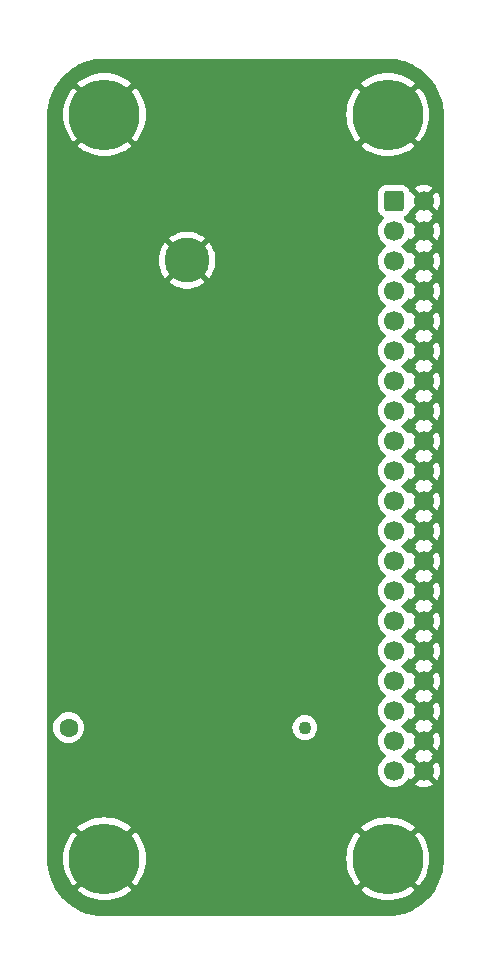
<source format=gbr>
%TF.GenerationSoftware,KiCad,Pcbnew,7.0.5-0*%
%TF.CreationDate,2023-07-31T21:54:07-04:00*%
%TF.ProjectId,carrier-hp,63617272-6965-4722-9d68-702e6b696361,rev?*%
%TF.SameCoordinates,Original*%
%TF.FileFunction,Copper,L2,Inr*%
%TF.FilePolarity,Positive*%
%FSLAX46Y46*%
G04 Gerber Fmt 4.6, Leading zero omitted, Abs format (unit mm)*
G04 Created by KiCad (PCBNEW 7.0.5-0) date 2023-07-31 21:54:07*
%MOMM*%
%LPD*%
G01*
G04 APERTURE LIST*
G04 Aperture macros list*
%AMRoundRect*
0 Rectangle with rounded corners*
0 $1 Rounding radius*
0 $2 $3 $4 $5 $6 $7 $8 $9 X,Y pos of 4 corners*
0 Add a 4 corners polygon primitive as box body*
4,1,4,$2,$3,$4,$5,$6,$7,$8,$9,$2,$3,0*
0 Add four circle primitives for the rounded corners*
1,1,$1+$1,$2,$3*
1,1,$1+$1,$4,$5*
1,1,$1+$1,$6,$7*
1,1,$1+$1,$8,$9*
0 Add four rect primitives between the rounded corners*
20,1,$1+$1,$2,$3,$4,$5,0*
20,1,$1+$1,$4,$5,$6,$7,0*
20,1,$1+$1,$6,$7,$8,$9,0*
20,1,$1+$1,$8,$9,$2,$3,0*%
G04 Aperture macros list end*
%TA.AperFunction,ComponentPad*%
%ADD10C,6.000000*%
%TD*%
%TA.AperFunction,ComponentPad*%
%ADD11C,1.100000*%
%TD*%
%TA.AperFunction,ComponentPad*%
%ADD12C,1.600000*%
%TD*%
%TA.AperFunction,ComponentPad*%
%ADD13RoundRect,0.250000X-0.600000X-0.600000X0.600000X-0.600000X0.600000X0.600000X-0.600000X0.600000X0*%
%TD*%
%TA.AperFunction,ComponentPad*%
%ADD14C,1.700000*%
%TD*%
%TA.AperFunction,ComponentPad*%
%ADD15C,3.800000*%
%TD*%
G04 APERTURE END LIST*
D10*
%TO.N,GND*%
%TO.C,H104*%
X127450000Y-107750000D03*
%TD*%
%TO.N,GND*%
%TO.C,H102*%
X151450000Y-44750000D03*
%TD*%
D11*
%TO.N,*%
%TO.C,CN101*%
X144425000Y-96650000D03*
D12*
X124425000Y-96650000D03*
%TD*%
D13*
%TO.N,unconnected-(J101-Pin_1-Pad1)*%
%TO.C,J101*%
X151950000Y-52050000D03*
D14*
%TO.N,GND*%
X154490000Y-52050000D03*
%TO.N,unconnected-(J101-Pin_3-Pad3)*%
X151950000Y-54590000D03*
%TO.N,GND*%
X154490000Y-54590000D03*
%TO.N,unconnected-(J101-Pin_5-Pad5)*%
X151950000Y-57130000D03*
%TO.N,GND*%
X154490000Y-57130000D03*
%TO.N,/IO0*%
X151950000Y-59670000D03*
%TO.N,GND*%
X154490000Y-59670000D03*
%TO.N,/IO1*%
X151950000Y-62210000D03*
%TO.N,GND*%
X154490000Y-62210000D03*
%TO.N,/IO2*%
X151950000Y-64750000D03*
%TO.N,GND*%
X154490000Y-64750000D03*
%TO.N,/IO3*%
X151950000Y-67290000D03*
%TO.N,GND*%
X154490000Y-67290000D03*
%TO.N,/IO4*%
X151950000Y-69830000D03*
%TO.N,GND*%
X154490000Y-69830000D03*
%TO.N,/IO5*%
X151950000Y-72370000D03*
%TO.N,GND*%
X154490000Y-72370000D03*
%TO.N,/IO6*%
X151950000Y-74910000D03*
%TO.N,GND*%
X154490000Y-74910000D03*
%TO.N,/IO7*%
X151950000Y-77450000D03*
%TO.N,GND*%
X154490000Y-77450000D03*
%TO.N,/IO8*%
X151950000Y-79990000D03*
%TO.N,GND*%
X154490000Y-79990000D03*
%TO.N,/IO9*%
X151950000Y-82530000D03*
%TO.N,GND*%
X154490000Y-82530000D03*
%TO.N,/IO10*%
X151950000Y-85070000D03*
%TO.N,GND*%
X154490000Y-85070000D03*
%TO.N,/IO11*%
X151950000Y-87610000D03*
%TO.N,GND*%
X154490000Y-87610000D03*
%TO.N,/IO12*%
X151950000Y-90150000D03*
%TO.N,GND*%
X154490000Y-90150000D03*
%TO.N,/IO13*%
X151950000Y-92690000D03*
%TO.N,GND*%
X154490000Y-92690000D03*
%TO.N,/IO14*%
X151950000Y-95230000D03*
%TO.N,GND*%
X154490000Y-95230000D03*
%TO.N,/IO15*%
X151950000Y-97770000D03*
%TO.N,GND*%
X154490000Y-97770000D03*
%TO.N,unconnected-(J101-Pin_39-Pad39)*%
X151950000Y-100310000D03*
%TO.N,GND*%
X154490000Y-100310000D03*
%TD*%
D10*
%TO.N,GND*%
%TO.C,H103*%
X151450000Y-107750000D03*
%TD*%
D15*
%TO.N,GND*%
%TO.C,H105*%
X134450000Y-57075000D03*
%TD*%
D10*
%TO.N,GND*%
%TO.C,H101*%
X127450000Y-44750000D03*
%TD*%
%TA.AperFunction,Conductor*%
%TO.N,GND*%
G36*
X154030507Y-97979844D02*
G01*
X154108239Y-98100798D01*
X154216900Y-98194952D01*
X154347685Y-98254680D01*
X154357466Y-98256086D01*
X153728625Y-98884925D01*
X153805031Y-98938425D01*
X153848655Y-98993002D01*
X153855848Y-99062501D01*
X153824326Y-99124855D01*
X153805029Y-99141576D01*
X153728626Y-99195072D01*
X153728625Y-99195073D01*
X154357466Y-99823913D01*
X154347685Y-99825320D01*
X154216900Y-99885048D01*
X154108239Y-99979202D01*
X154030507Y-100100156D01*
X154006923Y-100180475D01*
X153375073Y-99548626D01*
X153321881Y-99624594D01*
X153267304Y-99668219D01*
X153197806Y-99675413D01*
X153135451Y-99643891D01*
X153118730Y-99624594D01*
X152988494Y-99438597D01*
X152821402Y-99271506D01*
X152821396Y-99271501D01*
X152635842Y-99141575D01*
X152592217Y-99086998D01*
X152585023Y-99017500D01*
X152616546Y-98955145D01*
X152635842Y-98938425D01*
X152712248Y-98884925D01*
X152821401Y-98808495D01*
X152988495Y-98641401D01*
X153118732Y-98455403D01*
X153173307Y-98411780D01*
X153242805Y-98404586D01*
X153305160Y-98436109D01*
X153321880Y-98455405D01*
X153375073Y-98531373D01*
X154006923Y-97899523D01*
X154030507Y-97979844D01*
G37*
%TD.AperFunction*%
%TA.AperFunction,Conductor*%
G36*
X154030507Y-95439844D02*
G01*
X154108239Y-95560798D01*
X154216900Y-95654952D01*
X154347685Y-95714680D01*
X154357466Y-95716086D01*
X153728625Y-96344925D01*
X153805031Y-96398425D01*
X153848655Y-96453002D01*
X153855848Y-96522501D01*
X153824326Y-96584855D01*
X153805029Y-96601576D01*
X153728625Y-96655072D01*
X154357466Y-97283913D01*
X154347685Y-97285320D01*
X154216900Y-97345048D01*
X154108239Y-97439202D01*
X154030507Y-97560156D01*
X154006923Y-97640475D01*
X153375073Y-97008626D01*
X153321881Y-97084594D01*
X153267304Y-97128219D01*
X153197806Y-97135413D01*
X153135451Y-97103891D01*
X153118730Y-97084594D01*
X152988494Y-96898597D01*
X152821402Y-96731506D01*
X152821396Y-96731501D01*
X152635842Y-96601575D01*
X152592217Y-96546998D01*
X152585023Y-96477500D01*
X152616546Y-96415145D01*
X152635842Y-96398425D01*
X152712248Y-96344925D01*
X152821401Y-96268495D01*
X152988495Y-96101401D01*
X153118732Y-95915403D01*
X153173307Y-95871780D01*
X153242805Y-95864586D01*
X153305160Y-95896109D01*
X153321880Y-95915405D01*
X153375073Y-95991373D01*
X154006923Y-95359523D01*
X154030507Y-95439844D01*
G37*
%TD.AperFunction*%
%TA.AperFunction,Conductor*%
G36*
X154030507Y-92899844D02*
G01*
X154108239Y-93020798D01*
X154216900Y-93114952D01*
X154347685Y-93174680D01*
X154357466Y-93176086D01*
X153728625Y-93804925D01*
X153805031Y-93858425D01*
X153848655Y-93913002D01*
X153855848Y-93982501D01*
X153824326Y-94044855D01*
X153805029Y-94061576D01*
X153728625Y-94115072D01*
X154357466Y-94743913D01*
X154347685Y-94745320D01*
X154216900Y-94805048D01*
X154108239Y-94899202D01*
X154030507Y-95020156D01*
X154006923Y-95100475D01*
X153375073Y-94468626D01*
X153321881Y-94544594D01*
X153267304Y-94588219D01*
X153197806Y-94595413D01*
X153135451Y-94563891D01*
X153118730Y-94544594D01*
X152988494Y-94358597D01*
X152821402Y-94191506D01*
X152821396Y-94191501D01*
X152635842Y-94061575D01*
X152592217Y-94006998D01*
X152585023Y-93937500D01*
X152616546Y-93875145D01*
X152635842Y-93858425D01*
X152712248Y-93804925D01*
X152821401Y-93728495D01*
X152988495Y-93561401D01*
X153118732Y-93375403D01*
X153173307Y-93331780D01*
X153242805Y-93324586D01*
X153305160Y-93356109D01*
X153321880Y-93375405D01*
X153375073Y-93451373D01*
X154006923Y-92819523D01*
X154030507Y-92899844D01*
G37*
%TD.AperFunction*%
%TA.AperFunction,Conductor*%
G36*
X154030507Y-90359844D02*
G01*
X154108239Y-90480798D01*
X154216900Y-90574952D01*
X154347685Y-90634680D01*
X154357466Y-90636086D01*
X153728625Y-91264925D01*
X153805031Y-91318425D01*
X153848655Y-91373002D01*
X153855848Y-91442501D01*
X153824326Y-91504855D01*
X153805029Y-91521576D01*
X153728625Y-91575072D01*
X154357466Y-92203913D01*
X154347685Y-92205320D01*
X154216900Y-92265048D01*
X154108239Y-92359202D01*
X154030507Y-92480156D01*
X154006923Y-92560475D01*
X153375073Y-91928626D01*
X153321881Y-92004594D01*
X153267304Y-92048219D01*
X153197806Y-92055413D01*
X153135451Y-92023891D01*
X153118730Y-92004594D01*
X152988494Y-91818597D01*
X152821402Y-91651506D01*
X152821396Y-91651501D01*
X152635842Y-91521575D01*
X152592217Y-91466998D01*
X152585023Y-91397500D01*
X152616546Y-91335145D01*
X152635842Y-91318425D01*
X152712248Y-91264925D01*
X152821401Y-91188495D01*
X152988495Y-91021401D01*
X153118732Y-90835403D01*
X153173307Y-90791780D01*
X153242805Y-90784586D01*
X153305160Y-90816109D01*
X153321880Y-90835405D01*
X153375073Y-90911373D01*
X154006923Y-90279523D01*
X154030507Y-90359844D01*
G37*
%TD.AperFunction*%
%TA.AperFunction,Conductor*%
G36*
X154030507Y-87819844D02*
G01*
X154108239Y-87940798D01*
X154216900Y-88034952D01*
X154347685Y-88094680D01*
X154357466Y-88096086D01*
X153728625Y-88724925D01*
X153805031Y-88778425D01*
X153848655Y-88833002D01*
X153855848Y-88902501D01*
X153824326Y-88964855D01*
X153805029Y-88981576D01*
X153728625Y-89035072D01*
X154357466Y-89663913D01*
X154347685Y-89665320D01*
X154216900Y-89725048D01*
X154108239Y-89819202D01*
X154030507Y-89940156D01*
X154006923Y-90020475D01*
X153375073Y-89388626D01*
X153321881Y-89464594D01*
X153267304Y-89508219D01*
X153197806Y-89515413D01*
X153135451Y-89483891D01*
X153118730Y-89464594D01*
X152988494Y-89278597D01*
X152821402Y-89111506D01*
X152821396Y-89111501D01*
X152635842Y-88981575D01*
X152592217Y-88926998D01*
X152585023Y-88857500D01*
X152616546Y-88795145D01*
X152635842Y-88778425D01*
X152712248Y-88724925D01*
X152821401Y-88648495D01*
X152988495Y-88481401D01*
X153118732Y-88295403D01*
X153173307Y-88251780D01*
X153242805Y-88244586D01*
X153305160Y-88276109D01*
X153321880Y-88295405D01*
X153375073Y-88371373D01*
X154006923Y-87739523D01*
X154030507Y-87819844D01*
G37*
%TD.AperFunction*%
%TA.AperFunction,Conductor*%
G36*
X154030507Y-85279844D02*
G01*
X154108239Y-85400798D01*
X154216900Y-85494952D01*
X154347685Y-85554680D01*
X154357466Y-85556086D01*
X153728625Y-86184925D01*
X153805031Y-86238425D01*
X153848655Y-86293002D01*
X153855848Y-86362501D01*
X153824326Y-86424855D01*
X153805029Y-86441576D01*
X153728625Y-86495072D01*
X154357466Y-87123913D01*
X154347685Y-87125320D01*
X154216900Y-87185048D01*
X154108239Y-87279202D01*
X154030507Y-87400156D01*
X154006923Y-87480474D01*
X153375073Y-86848626D01*
X153321881Y-86924594D01*
X153267304Y-86968219D01*
X153197806Y-86975413D01*
X153135451Y-86943891D01*
X153118730Y-86924594D01*
X152988494Y-86738597D01*
X152821402Y-86571506D01*
X152821396Y-86571501D01*
X152635842Y-86441575D01*
X152592217Y-86386998D01*
X152585023Y-86317500D01*
X152616546Y-86255145D01*
X152635842Y-86238425D01*
X152712248Y-86184925D01*
X152821401Y-86108495D01*
X152988495Y-85941401D01*
X153118732Y-85755403D01*
X153173307Y-85711780D01*
X153242805Y-85704586D01*
X153305160Y-85736109D01*
X153321880Y-85755405D01*
X153375073Y-85831373D01*
X154006922Y-85199522D01*
X154030507Y-85279844D01*
G37*
%TD.AperFunction*%
%TA.AperFunction,Conductor*%
G36*
X154030507Y-82739844D02*
G01*
X154108239Y-82860798D01*
X154216900Y-82954952D01*
X154347685Y-83014680D01*
X154357466Y-83016086D01*
X153728625Y-83644925D01*
X153805031Y-83698425D01*
X153848655Y-83753002D01*
X153855848Y-83822501D01*
X153824326Y-83884855D01*
X153805029Y-83901576D01*
X153728626Y-83955072D01*
X153728625Y-83955073D01*
X154357466Y-84583913D01*
X154347685Y-84585320D01*
X154216900Y-84645048D01*
X154108239Y-84739202D01*
X154030507Y-84860156D01*
X154006923Y-84940475D01*
X153375073Y-84308626D01*
X153321881Y-84384594D01*
X153267304Y-84428219D01*
X153197806Y-84435413D01*
X153135451Y-84403891D01*
X153118730Y-84384594D01*
X152988494Y-84198597D01*
X152821402Y-84031506D01*
X152821396Y-84031501D01*
X152635842Y-83901575D01*
X152592217Y-83846998D01*
X152585023Y-83777500D01*
X152616546Y-83715145D01*
X152635842Y-83698425D01*
X152712248Y-83644925D01*
X152821401Y-83568495D01*
X152988495Y-83401401D01*
X153118732Y-83215403D01*
X153173307Y-83171780D01*
X153242805Y-83164586D01*
X153305160Y-83196109D01*
X153321880Y-83215405D01*
X153375073Y-83291373D01*
X154006923Y-82659523D01*
X154030507Y-82739844D01*
G37*
%TD.AperFunction*%
%TA.AperFunction,Conductor*%
G36*
X154030507Y-80199844D02*
G01*
X154108239Y-80320798D01*
X154216900Y-80414952D01*
X154347685Y-80474680D01*
X154357466Y-80476086D01*
X153728625Y-81104925D01*
X153805031Y-81158425D01*
X153848655Y-81213002D01*
X153855848Y-81282501D01*
X153824326Y-81344855D01*
X153805029Y-81361576D01*
X153728625Y-81415072D01*
X154357466Y-82043913D01*
X154347685Y-82045320D01*
X154216900Y-82105048D01*
X154108239Y-82199202D01*
X154030507Y-82320156D01*
X154006923Y-82400475D01*
X153375073Y-81768626D01*
X153321881Y-81844594D01*
X153267304Y-81888219D01*
X153197806Y-81895413D01*
X153135451Y-81863891D01*
X153118730Y-81844594D01*
X152988494Y-81658597D01*
X152821402Y-81491506D01*
X152821396Y-81491501D01*
X152635842Y-81361575D01*
X152592217Y-81306998D01*
X152585023Y-81237500D01*
X152616546Y-81175145D01*
X152635842Y-81158425D01*
X152712248Y-81104925D01*
X152821401Y-81028495D01*
X152988495Y-80861401D01*
X153118732Y-80675403D01*
X153173307Y-80631780D01*
X153242805Y-80624586D01*
X153305160Y-80656109D01*
X153321880Y-80675405D01*
X153375073Y-80751373D01*
X154006923Y-80119523D01*
X154030507Y-80199844D01*
G37*
%TD.AperFunction*%
%TA.AperFunction,Conductor*%
G36*
X154030507Y-77659844D02*
G01*
X154108239Y-77780798D01*
X154216900Y-77874952D01*
X154347685Y-77934680D01*
X154357466Y-77936086D01*
X153728625Y-78564925D01*
X153805031Y-78618425D01*
X153848655Y-78673002D01*
X153855848Y-78742501D01*
X153824326Y-78804855D01*
X153805029Y-78821576D01*
X153728625Y-78875072D01*
X154357466Y-79503913D01*
X154347685Y-79505320D01*
X154216900Y-79565048D01*
X154108239Y-79659202D01*
X154030507Y-79780156D01*
X154006923Y-79860475D01*
X153375073Y-79228626D01*
X153321881Y-79304594D01*
X153267304Y-79348219D01*
X153197806Y-79355413D01*
X153135451Y-79323891D01*
X153118730Y-79304594D01*
X152988494Y-79118597D01*
X152821402Y-78951506D01*
X152821396Y-78951501D01*
X152635842Y-78821575D01*
X152592217Y-78766998D01*
X152585023Y-78697500D01*
X152616546Y-78635145D01*
X152635842Y-78618425D01*
X152712248Y-78564925D01*
X152821401Y-78488495D01*
X152988495Y-78321401D01*
X153118732Y-78135403D01*
X153173307Y-78091780D01*
X153242805Y-78084586D01*
X153305160Y-78116109D01*
X153321880Y-78135405D01*
X153375073Y-78211373D01*
X154006923Y-77579523D01*
X154030507Y-77659844D01*
G37*
%TD.AperFunction*%
%TA.AperFunction,Conductor*%
G36*
X154030507Y-75119844D02*
G01*
X154108239Y-75240798D01*
X154216900Y-75334952D01*
X154347685Y-75394680D01*
X154357466Y-75396086D01*
X153728625Y-76024925D01*
X153805031Y-76078425D01*
X153848655Y-76133002D01*
X153855848Y-76202501D01*
X153824326Y-76264855D01*
X153805029Y-76281576D01*
X153728625Y-76335072D01*
X154357466Y-76963913D01*
X154347685Y-76965320D01*
X154216900Y-77025048D01*
X154108239Y-77119202D01*
X154030507Y-77240156D01*
X154006923Y-77320475D01*
X153375073Y-76688626D01*
X153321881Y-76764594D01*
X153267304Y-76808219D01*
X153197806Y-76815413D01*
X153135451Y-76783891D01*
X153118730Y-76764594D01*
X152988494Y-76578597D01*
X152821402Y-76411506D01*
X152821401Y-76411505D01*
X152699746Y-76326321D01*
X152635841Y-76281574D01*
X152592216Y-76226997D01*
X152585024Y-76157498D01*
X152616546Y-76095144D01*
X152635836Y-76078428D01*
X152821401Y-75948495D01*
X152988495Y-75781401D01*
X153118732Y-75595403D01*
X153173307Y-75551780D01*
X153242805Y-75544586D01*
X153305160Y-75576109D01*
X153321880Y-75595405D01*
X153375073Y-75671373D01*
X154006923Y-75039523D01*
X154030507Y-75119844D01*
G37*
%TD.AperFunction*%
%TA.AperFunction,Conductor*%
G36*
X154030507Y-72579844D02*
G01*
X154108239Y-72700798D01*
X154216900Y-72794952D01*
X154347685Y-72854680D01*
X154357466Y-72856086D01*
X153728625Y-73484925D01*
X153805031Y-73538425D01*
X153848655Y-73593002D01*
X153855848Y-73662501D01*
X153824326Y-73724855D01*
X153805029Y-73741576D01*
X153728625Y-73795072D01*
X154357466Y-74423913D01*
X154347685Y-74425320D01*
X154216900Y-74485048D01*
X154108239Y-74579202D01*
X154030507Y-74700156D01*
X154006923Y-74780474D01*
X153375073Y-74148626D01*
X153321881Y-74224594D01*
X153267304Y-74268219D01*
X153197806Y-74275413D01*
X153135451Y-74243891D01*
X153118730Y-74224594D01*
X152988494Y-74038597D01*
X152821402Y-73871506D01*
X152821396Y-73871501D01*
X152635842Y-73741575D01*
X152592217Y-73686998D01*
X152585023Y-73617500D01*
X152616546Y-73555145D01*
X152635842Y-73538425D01*
X152712248Y-73484925D01*
X152821401Y-73408495D01*
X152988495Y-73241401D01*
X153118732Y-73055403D01*
X153173307Y-73011780D01*
X153242805Y-73004586D01*
X153305160Y-73036109D01*
X153321880Y-73055405D01*
X153375073Y-73131373D01*
X154006923Y-72499523D01*
X154030507Y-72579844D01*
G37*
%TD.AperFunction*%
%TA.AperFunction,Conductor*%
G36*
X154030507Y-70039844D02*
G01*
X154108239Y-70160798D01*
X154216900Y-70254952D01*
X154347685Y-70314680D01*
X154357466Y-70316086D01*
X153728625Y-70944925D01*
X153805031Y-70998425D01*
X153848655Y-71053002D01*
X153855848Y-71122501D01*
X153824326Y-71184855D01*
X153805029Y-71201576D01*
X153728625Y-71255072D01*
X154357466Y-71883913D01*
X154347685Y-71885320D01*
X154216900Y-71945048D01*
X154108239Y-72039202D01*
X154030507Y-72160156D01*
X154006923Y-72240475D01*
X153375073Y-71608625D01*
X153321881Y-71684594D01*
X153267304Y-71728219D01*
X153197806Y-71735413D01*
X153135451Y-71703891D01*
X153118730Y-71684594D01*
X152988494Y-71498597D01*
X152821402Y-71331506D01*
X152821401Y-71331505D01*
X152699746Y-71246321D01*
X152635841Y-71201574D01*
X152592216Y-71146997D01*
X152585024Y-71077498D01*
X152616546Y-71015144D01*
X152635836Y-70998428D01*
X152821401Y-70868495D01*
X152988495Y-70701401D01*
X153118732Y-70515403D01*
X153173307Y-70471780D01*
X153242805Y-70464586D01*
X153305160Y-70496109D01*
X153321880Y-70515405D01*
X153375073Y-70591373D01*
X154006922Y-69959522D01*
X154030507Y-70039844D01*
G37*
%TD.AperFunction*%
%TA.AperFunction,Conductor*%
G36*
X154030507Y-67499844D02*
G01*
X154108239Y-67620798D01*
X154216900Y-67714952D01*
X154347685Y-67774680D01*
X154357466Y-67776086D01*
X153728625Y-68404925D01*
X153805031Y-68458425D01*
X153848655Y-68513002D01*
X153855848Y-68582501D01*
X153824326Y-68644855D01*
X153805029Y-68661576D01*
X153728626Y-68715072D01*
X153728625Y-68715073D01*
X154357466Y-69343913D01*
X154347685Y-69345320D01*
X154216900Y-69405048D01*
X154108239Y-69499202D01*
X154030507Y-69620156D01*
X154006923Y-69700475D01*
X153375073Y-69068626D01*
X153321881Y-69144594D01*
X153267304Y-69188219D01*
X153197806Y-69195413D01*
X153135451Y-69163891D01*
X153118730Y-69144594D01*
X152988494Y-68958597D01*
X152821402Y-68791506D01*
X152821396Y-68791501D01*
X152635842Y-68661575D01*
X152592217Y-68606998D01*
X152585023Y-68537500D01*
X152616546Y-68475145D01*
X152635842Y-68458425D01*
X152712248Y-68404925D01*
X152821401Y-68328495D01*
X152988495Y-68161401D01*
X153118732Y-67975403D01*
X153173307Y-67931780D01*
X153242805Y-67924586D01*
X153305160Y-67956109D01*
X153321880Y-67975405D01*
X153375073Y-68051373D01*
X154006923Y-67419523D01*
X154030507Y-67499844D01*
G37*
%TD.AperFunction*%
%TA.AperFunction,Conductor*%
G36*
X154030507Y-64959844D02*
G01*
X154108239Y-65080798D01*
X154216900Y-65174952D01*
X154347685Y-65234680D01*
X154357466Y-65236086D01*
X153728625Y-65864925D01*
X153805031Y-65918425D01*
X153848655Y-65973002D01*
X153855848Y-66042501D01*
X153824326Y-66104855D01*
X153805029Y-66121576D01*
X153728625Y-66175072D01*
X154357466Y-66803913D01*
X154347685Y-66805320D01*
X154216900Y-66865048D01*
X154108239Y-66959202D01*
X154030507Y-67080156D01*
X154006923Y-67160475D01*
X153375073Y-66528626D01*
X153321881Y-66604594D01*
X153267304Y-66648219D01*
X153197806Y-66655413D01*
X153135451Y-66623891D01*
X153118730Y-66604594D01*
X152988494Y-66418597D01*
X152821402Y-66251506D01*
X152821401Y-66251505D01*
X152699746Y-66166321D01*
X152635841Y-66121574D01*
X152592216Y-66066997D01*
X152585024Y-65997498D01*
X152616546Y-65935144D01*
X152635836Y-65918428D01*
X152821401Y-65788495D01*
X152988495Y-65621401D01*
X153118732Y-65435403D01*
X153173307Y-65391780D01*
X153242805Y-65384586D01*
X153305160Y-65416109D01*
X153321880Y-65435405D01*
X153375073Y-65511373D01*
X154006923Y-64879523D01*
X154030507Y-64959844D01*
G37*
%TD.AperFunction*%
%TA.AperFunction,Conductor*%
G36*
X154030507Y-62419844D02*
G01*
X154108239Y-62540798D01*
X154216900Y-62634952D01*
X154347685Y-62694680D01*
X154357466Y-62696086D01*
X153728625Y-63324925D01*
X153805031Y-63378425D01*
X153848655Y-63433002D01*
X153855848Y-63502501D01*
X153824326Y-63564855D01*
X153805029Y-63581576D01*
X153728625Y-63635072D01*
X154357466Y-64263913D01*
X154347685Y-64265320D01*
X154216900Y-64325048D01*
X154108239Y-64419202D01*
X154030507Y-64540156D01*
X154006923Y-64620475D01*
X153375073Y-63988626D01*
X153321881Y-64064594D01*
X153267304Y-64108219D01*
X153197806Y-64115413D01*
X153135451Y-64083891D01*
X153118730Y-64064594D01*
X152988494Y-63878597D01*
X152821402Y-63711506D01*
X152821396Y-63711501D01*
X152635842Y-63581575D01*
X152592217Y-63526998D01*
X152585023Y-63457500D01*
X152616546Y-63395145D01*
X152635842Y-63378425D01*
X152712248Y-63324925D01*
X152821401Y-63248495D01*
X152988495Y-63081401D01*
X153118732Y-62895403D01*
X153173307Y-62851780D01*
X153242805Y-62844586D01*
X153305160Y-62876109D01*
X153321880Y-62895405D01*
X153375073Y-62971373D01*
X154006923Y-62339523D01*
X154030507Y-62419844D01*
G37*
%TD.AperFunction*%
%TA.AperFunction,Conductor*%
G36*
X154030507Y-59879844D02*
G01*
X154108239Y-60000798D01*
X154216900Y-60094952D01*
X154347685Y-60154680D01*
X154357466Y-60156086D01*
X153728625Y-60784925D01*
X153805031Y-60838425D01*
X153848655Y-60893002D01*
X153855848Y-60962501D01*
X153824326Y-61024855D01*
X153805029Y-61041576D01*
X153728625Y-61095072D01*
X154357466Y-61723913D01*
X154347685Y-61725320D01*
X154216900Y-61785048D01*
X154108239Y-61879202D01*
X154030507Y-62000156D01*
X154006923Y-62080475D01*
X153375073Y-61448626D01*
X153321881Y-61524594D01*
X153267304Y-61568219D01*
X153197806Y-61575413D01*
X153135451Y-61543891D01*
X153118730Y-61524594D01*
X152988494Y-61338597D01*
X152821402Y-61171506D01*
X152821401Y-61171505D01*
X152699746Y-61086321D01*
X152635841Y-61041574D01*
X152592216Y-60986997D01*
X152585024Y-60917498D01*
X152616546Y-60855144D01*
X152635836Y-60838428D01*
X152821401Y-60708495D01*
X152988495Y-60541401D01*
X153118732Y-60355403D01*
X153173307Y-60311780D01*
X153242805Y-60304586D01*
X153305160Y-60336109D01*
X153321880Y-60355405D01*
X153375073Y-60431373D01*
X154006923Y-59799523D01*
X154030507Y-59879844D01*
G37*
%TD.AperFunction*%
%TA.AperFunction,Conductor*%
G36*
X154030507Y-57339844D02*
G01*
X154108239Y-57460798D01*
X154216900Y-57554952D01*
X154347685Y-57614680D01*
X154357466Y-57616086D01*
X153728625Y-58244925D01*
X153805031Y-58298425D01*
X153848655Y-58353002D01*
X153855848Y-58422501D01*
X153824326Y-58484855D01*
X153805029Y-58501576D01*
X153728625Y-58555072D01*
X154357466Y-59183913D01*
X154347685Y-59185320D01*
X154216900Y-59245048D01*
X154108239Y-59339202D01*
X154030507Y-59460156D01*
X154006923Y-59540474D01*
X153375073Y-58908626D01*
X153321881Y-58984594D01*
X153267304Y-59028219D01*
X153197806Y-59035413D01*
X153135451Y-59003891D01*
X153118730Y-58984594D01*
X152988494Y-58798597D01*
X152821402Y-58631506D01*
X152821396Y-58631501D01*
X152635842Y-58501575D01*
X152592217Y-58446998D01*
X152585023Y-58377500D01*
X152616546Y-58315145D01*
X152635842Y-58298425D01*
X152712248Y-58244925D01*
X152821401Y-58168495D01*
X152988495Y-58001401D01*
X153118732Y-57815403D01*
X153173307Y-57771780D01*
X153242805Y-57764586D01*
X153305160Y-57796109D01*
X153321880Y-57815405D01*
X153375073Y-57891373D01*
X154006923Y-57259523D01*
X154030507Y-57339844D01*
G37*
%TD.AperFunction*%
%TA.AperFunction,Conductor*%
G36*
X154030507Y-54799844D02*
G01*
X154108239Y-54920798D01*
X154216900Y-55014952D01*
X154347685Y-55074680D01*
X154357466Y-55076086D01*
X153728625Y-55704925D01*
X153805031Y-55758425D01*
X153848655Y-55813002D01*
X153855848Y-55882501D01*
X153824326Y-55944855D01*
X153805029Y-55961576D01*
X153728625Y-56015072D01*
X154357466Y-56643913D01*
X154347685Y-56645320D01*
X154216900Y-56705048D01*
X154108239Y-56799202D01*
X154030507Y-56920156D01*
X154006923Y-57000475D01*
X153375073Y-56368626D01*
X153321881Y-56444594D01*
X153267304Y-56488219D01*
X153197806Y-56495413D01*
X153135451Y-56463891D01*
X153118730Y-56444594D01*
X152988494Y-56258597D01*
X152821402Y-56091506D01*
X152821401Y-56091505D01*
X152655015Y-55975000D01*
X152635841Y-55961574D01*
X152592216Y-55906997D01*
X152585024Y-55837498D01*
X152616546Y-55775144D01*
X152635836Y-55758428D01*
X152821401Y-55628495D01*
X152988495Y-55461401D01*
X153118732Y-55275403D01*
X153173307Y-55231780D01*
X153242805Y-55224586D01*
X153305160Y-55256109D01*
X153321880Y-55275405D01*
X153375073Y-55351373D01*
X154006923Y-54719523D01*
X154030507Y-54799844D01*
G37*
%TD.AperFunction*%
%TA.AperFunction,Conductor*%
G36*
X154030507Y-52259844D02*
G01*
X154108239Y-52380798D01*
X154216900Y-52474952D01*
X154347685Y-52534680D01*
X154357466Y-52536086D01*
X153728625Y-53164925D01*
X153805031Y-53218425D01*
X153848655Y-53273002D01*
X153855848Y-53342501D01*
X153824326Y-53404855D01*
X153805029Y-53421576D01*
X153728625Y-53475072D01*
X154357466Y-54103913D01*
X154347685Y-54105320D01*
X154216900Y-54165048D01*
X154108239Y-54259202D01*
X154030507Y-54380156D01*
X154006923Y-54460475D01*
X153375073Y-53828626D01*
X153321881Y-53904594D01*
X153267304Y-53948219D01*
X153197806Y-53955413D01*
X153135451Y-53923891D01*
X153118730Y-53904594D01*
X152988494Y-53718597D01*
X152821398Y-53551501D01*
X152820030Y-53550354D01*
X152819592Y-53549696D01*
X152817573Y-53547677D01*
X152817978Y-53547271D01*
X152781330Y-53492182D01*
X152780224Y-53422321D01*
X152817063Y-53362952D01*
X152860737Y-53337662D01*
X152869334Y-53334814D01*
X153018656Y-53242712D01*
X153142712Y-53118656D01*
X153234814Y-52969334D01*
X153258794Y-52896965D01*
X153298565Y-52839523D01*
X153363081Y-52812699D01*
X153373861Y-52812585D01*
X154006923Y-52179523D01*
X154030507Y-52259844D01*
G37*
%TD.AperFunction*%
%TA.AperFunction,Conductor*%
G36*
X151378689Y-39997905D02*
G01*
X151573610Y-40006416D01*
X151802034Y-40016974D01*
X151807203Y-40017433D01*
X152019183Y-40045342D01*
X152231632Y-40074979D01*
X152236441Y-40075847D01*
X152447560Y-40122652D01*
X152654246Y-40171266D01*
X152658689Y-40172487D01*
X152865995Y-40237851D01*
X153066522Y-40305063D01*
X153070521Y-40306559D01*
X153271346Y-40389744D01*
X153272539Y-40390255D01*
X153465141Y-40475298D01*
X153468627Y-40476972D01*
X153661702Y-40577482D01*
X153663202Y-40578290D01*
X153846774Y-40680541D01*
X153849918Y-40682415D01*
X154033586Y-40799425D01*
X154035312Y-40800565D01*
X154208516Y-40919213D01*
X154211156Y-40921127D01*
X154384096Y-41053829D01*
X154385895Y-41055266D01*
X154547324Y-41189315D01*
X154549603Y-41191303D01*
X154710295Y-41338551D01*
X154712249Y-41340422D01*
X154860591Y-41488764D01*
X154862461Y-41490718D01*
X154915138Y-41548204D01*
X155009697Y-41651397D01*
X155011667Y-41653655D01*
X155145724Y-41815096D01*
X155147213Y-41816961D01*
X155279852Y-41989819D01*
X155281814Y-41992524D01*
X155400449Y-42165710D01*
X155401568Y-42167402D01*
X155518594Y-42351098D01*
X155520469Y-42354241D01*
X155622700Y-42537782D01*
X155623530Y-42539323D01*
X155724006Y-42732333D01*
X155725729Y-42735920D01*
X155810736Y-42928442D01*
X155811277Y-42929706D01*
X155894439Y-43130477D01*
X155895945Y-43134502D01*
X155963157Y-43335033D01*
X156028514Y-43542317D01*
X156029737Y-43546767D01*
X156078345Y-43753436D01*
X156125150Y-43964551D01*
X156126025Y-43969407D01*
X156155675Y-44181951D01*
X156183563Y-44393778D01*
X156184027Y-44399009D01*
X156194485Y-44625167D01*
X156194509Y-44625706D01*
X156203106Y-44822571D01*
X156203165Y-44825276D01*
X156203165Y-107798646D01*
X156203106Y-107801351D01*
X156194942Y-107988320D01*
X156183969Y-108225210D01*
X156183505Y-108230436D01*
X156156514Y-108435458D01*
X156125907Y-108654872D01*
X156125032Y-108659727D01*
X156079175Y-108866572D01*
X156029559Y-109077529D01*
X156028336Y-109081979D01*
X155963993Y-109286050D01*
X155895691Y-109489839D01*
X155894185Y-109493864D01*
X155812112Y-109692004D01*
X155811549Y-109693320D01*
X155725397Y-109888437D01*
X155723674Y-109892023D01*
X155624341Y-110082842D01*
X155623511Y-110084383D01*
X155520039Y-110270152D01*
X155518164Y-110273296D01*
X155402388Y-110455027D01*
X155401248Y-110456753D01*
X155281269Y-110631903D01*
X155279306Y-110634608D01*
X155147992Y-110805741D01*
X155146503Y-110807607D01*
X155011028Y-110970753D01*
X155009040Y-110973031D01*
X154863218Y-111132171D01*
X154861347Y-111134126D01*
X154711450Y-111284023D01*
X154709496Y-111285893D01*
X154550358Y-111431717D01*
X154548080Y-111433705D01*
X154384943Y-111569173D01*
X154383078Y-111570663D01*
X154211920Y-111701999D01*
X154209215Y-111703961D01*
X154034116Y-111823908D01*
X154032390Y-111825048D01*
X153850622Y-111940849D01*
X153847478Y-111942723D01*
X153661711Y-112046196D01*
X153660170Y-112047026D01*
X153469360Y-112146357D01*
X153465774Y-112148080D01*
X153270682Y-112234222D01*
X153269365Y-112234786D01*
X153071200Y-112316871D01*
X153067175Y-112318377D01*
X152863396Y-112386678D01*
X152659307Y-112451028D01*
X152654857Y-112452251D01*
X152443925Y-112501862D01*
X152237059Y-112547725D01*
X152232203Y-112548601D01*
X152012801Y-112579208D01*
X151807806Y-112606198D01*
X151802574Y-112606662D01*
X151556897Y-112618022D01*
X151379548Y-112625768D01*
X151376842Y-112625827D01*
X127428690Y-112625827D01*
X127425986Y-112625768D01*
X127239061Y-112617607D01*
X127002122Y-112606634D01*
X126996896Y-112606170D01*
X126791911Y-112579185D01*
X126572457Y-112548574D01*
X126567601Y-112547699D01*
X126360869Y-112501868D01*
X126149791Y-112452225D01*
X126145340Y-112451002D01*
X125941245Y-112386652D01*
X125737500Y-112318365D01*
X125733491Y-112316866D01*
X125535310Y-112234778D01*
X125534002Y-112234219D01*
X125338874Y-112148062D01*
X125335320Y-112146355D01*
X125265029Y-112109764D01*
X125144503Y-112047022D01*
X125142962Y-112046192D01*
X124957176Y-111942712D01*
X124954032Y-111940837D01*
X124772299Y-111825062D01*
X124770573Y-111823921D01*
X124595420Y-111703940D01*
X124592715Y-111701977D01*
X124421605Y-111570682D01*
X124419740Y-111569193D01*
X124256557Y-111433689D01*
X124254278Y-111431701D01*
X124095174Y-111285910D01*
X124093220Y-111284039D01*
X123943288Y-111134108D01*
X123941417Y-111132154D01*
X123795614Y-110973039D01*
X123793626Y-110970760D01*
X123776486Y-110950119D01*
X123658117Y-110807573D01*
X123656654Y-110805741D01*
X123525342Y-110634613D01*
X123523380Y-110631908D01*
X123403385Y-110456738D01*
X123402275Y-110455059D01*
X123286453Y-110273255D01*
X123284622Y-110270185D01*
X123181131Y-110084383D01*
X123180323Y-110082885D01*
X123080951Y-109891994D01*
X123079255Y-109888464D01*
X122993069Y-109693272D01*
X122992561Y-109692084D01*
X122910449Y-109493849D01*
X122908949Y-109489839D01*
X122840649Y-109286061D01*
X122829279Y-109250000D01*
X122776296Y-109081959D01*
X122775085Y-109077552D01*
X122725457Y-108866551D01*
X122679598Y-108659692D01*
X122678734Y-108654901D01*
X122648134Y-108435539D01*
X122621131Y-108230431D01*
X122620670Y-108225231D01*
X122615636Y-108116353D01*
X122609318Y-107979697D01*
X122601570Y-107802232D01*
X122601511Y-107799528D01*
X122601511Y-107750000D01*
X123945197Y-107750000D01*
X123964397Y-108116353D01*
X124021784Y-108478684D01*
X124021784Y-108478686D01*
X124116736Y-108833051D01*
X124248204Y-109175535D01*
X124414754Y-109502406D01*
X124614549Y-109810064D01*
X124803297Y-110043147D01*
X126226389Y-108620056D01*
X126342632Y-108769404D01*
X126525523Y-108937768D01*
X126580116Y-108973435D01*
X125156851Y-110396701D01*
X125389935Y-110585450D01*
X125697593Y-110785245D01*
X126024464Y-110951795D01*
X126366948Y-111083263D01*
X126721314Y-111178215D01*
X127083646Y-111235602D01*
X127449999Y-111254803D01*
X127450001Y-111254803D01*
X127816353Y-111235602D01*
X128178684Y-111178215D01*
X128178686Y-111178215D01*
X128533051Y-111083263D01*
X128875535Y-110951795D01*
X129202406Y-110785245D01*
X129510065Y-110585450D01*
X129743148Y-110396702D01*
X129743148Y-110396701D01*
X128319883Y-108973435D01*
X128374477Y-108937768D01*
X128557368Y-108769404D01*
X128673610Y-108620057D01*
X130096701Y-110043148D01*
X130096702Y-110043148D01*
X130285450Y-109810065D01*
X130485245Y-109502406D01*
X130651795Y-109175535D01*
X130783263Y-108833051D01*
X130878215Y-108478686D01*
X130878215Y-108478684D01*
X130935602Y-108116353D01*
X130954803Y-107750000D01*
X147945197Y-107750000D01*
X147964397Y-108116353D01*
X148021784Y-108478684D01*
X148021784Y-108478686D01*
X148116736Y-108833051D01*
X148248204Y-109175535D01*
X148414754Y-109502406D01*
X148614549Y-109810064D01*
X148803297Y-110043147D01*
X150226389Y-108620056D01*
X150342632Y-108769404D01*
X150525523Y-108937768D01*
X150580116Y-108973435D01*
X149156851Y-110396701D01*
X149389935Y-110585450D01*
X149697593Y-110785245D01*
X150024464Y-110951795D01*
X150366948Y-111083263D01*
X150721314Y-111178215D01*
X151083646Y-111235602D01*
X151449999Y-111254803D01*
X151450001Y-111254803D01*
X151816353Y-111235602D01*
X152178684Y-111178215D01*
X152178686Y-111178215D01*
X152533051Y-111083263D01*
X152875535Y-110951795D01*
X153202406Y-110785245D01*
X153510065Y-110585450D01*
X153743148Y-110396702D01*
X153743148Y-110396701D01*
X152319883Y-108973435D01*
X152374477Y-108937768D01*
X152557368Y-108769404D01*
X152673610Y-108620057D01*
X154096701Y-110043148D01*
X154096702Y-110043148D01*
X154285450Y-109810065D01*
X154485245Y-109502406D01*
X154651795Y-109175535D01*
X154783263Y-108833051D01*
X154878215Y-108478686D01*
X154878215Y-108478684D01*
X154935602Y-108116353D01*
X154954803Y-107750000D01*
X154954803Y-107749999D01*
X154935602Y-107383646D01*
X154878215Y-107021315D01*
X154878215Y-107021313D01*
X154783263Y-106666948D01*
X154651795Y-106324464D01*
X154485245Y-105997594D01*
X154285450Y-105689935D01*
X154096701Y-105456851D01*
X152673609Y-106879942D01*
X152557368Y-106730596D01*
X152374477Y-106562232D01*
X152319882Y-106526563D01*
X153743148Y-105103297D01*
X153510064Y-104914549D01*
X153202406Y-104714754D01*
X152875535Y-104548204D01*
X152533051Y-104416736D01*
X152178685Y-104321784D01*
X151816353Y-104264397D01*
X151450001Y-104245197D01*
X151449999Y-104245197D01*
X151083646Y-104264397D01*
X150721315Y-104321784D01*
X150721313Y-104321784D01*
X150366948Y-104416736D01*
X150024464Y-104548204D01*
X149697594Y-104714754D01*
X149389929Y-104914553D01*
X149156851Y-105103297D01*
X150580117Y-106526563D01*
X150525523Y-106562232D01*
X150342632Y-106730596D01*
X150226389Y-106879943D01*
X148803297Y-105456851D01*
X148614553Y-105689929D01*
X148414754Y-105997594D01*
X148248204Y-106324464D01*
X148116736Y-106666948D01*
X148021784Y-107021313D01*
X148021784Y-107021315D01*
X147964397Y-107383646D01*
X147945197Y-107749999D01*
X147945197Y-107750000D01*
X130954803Y-107750000D01*
X130954803Y-107749999D01*
X130935602Y-107383646D01*
X130878215Y-107021315D01*
X130878215Y-107021313D01*
X130783263Y-106666948D01*
X130651795Y-106324464D01*
X130485245Y-105997594D01*
X130285450Y-105689935D01*
X130096701Y-105456851D01*
X128673609Y-106879942D01*
X128557368Y-106730596D01*
X128374477Y-106562232D01*
X128319882Y-106526563D01*
X129743148Y-105103297D01*
X129510064Y-104914549D01*
X129202406Y-104714754D01*
X128875535Y-104548204D01*
X128533051Y-104416736D01*
X128178685Y-104321784D01*
X127816353Y-104264397D01*
X127450001Y-104245197D01*
X127449999Y-104245197D01*
X127083646Y-104264397D01*
X126721315Y-104321784D01*
X126721313Y-104321784D01*
X126366948Y-104416736D01*
X126024464Y-104548204D01*
X125697594Y-104714754D01*
X125389929Y-104914553D01*
X125156851Y-105103297D01*
X126580117Y-106526563D01*
X126525523Y-106562232D01*
X126342632Y-106730596D01*
X126226389Y-106879943D01*
X124803297Y-105456851D01*
X124614553Y-105689929D01*
X124414754Y-105997594D01*
X124248204Y-106324464D01*
X124116736Y-106666948D01*
X124021784Y-107021313D01*
X124021784Y-107021315D01*
X123964397Y-107383646D01*
X123945197Y-107749999D01*
X123945197Y-107750000D01*
X122601511Y-107750000D01*
X122601511Y-100310000D01*
X150594341Y-100310000D01*
X150614936Y-100545403D01*
X150614938Y-100545413D01*
X150676094Y-100773655D01*
X150676096Y-100773659D01*
X150676097Y-100773663D01*
X150755800Y-100944586D01*
X150775965Y-100987830D01*
X150775967Y-100987834D01*
X150834462Y-101071373D01*
X150911505Y-101181401D01*
X151078599Y-101348495D01*
X151175384Y-101416265D01*
X151272165Y-101484032D01*
X151272167Y-101484033D01*
X151272170Y-101484035D01*
X151486337Y-101583903D01*
X151714592Y-101645063D01*
X151902918Y-101661539D01*
X151949999Y-101665659D01*
X151950000Y-101665659D01*
X151950001Y-101665659D01*
X151989234Y-101662226D01*
X152185408Y-101645063D01*
X152413663Y-101583903D01*
X152627830Y-101484035D01*
X152821401Y-101348495D01*
X152988495Y-101181401D01*
X153118732Y-100995403D01*
X153173307Y-100951780D01*
X153242805Y-100944586D01*
X153305160Y-100976109D01*
X153321880Y-100995405D01*
X153375073Y-101071373D01*
X154006922Y-100439522D01*
X154030507Y-100519844D01*
X154108239Y-100640798D01*
X154216900Y-100734952D01*
X154347685Y-100794680D01*
X154357466Y-100796086D01*
X153728625Y-101424925D01*
X153812421Y-101483599D01*
X154026507Y-101583429D01*
X154026516Y-101583433D01*
X154254673Y-101644567D01*
X154254684Y-101644569D01*
X154489998Y-101665157D01*
X154490002Y-101665157D01*
X154725315Y-101644569D01*
X154725326Y-101644567D01*
X154953483Y-101583433D01*
X154953492Y-101583429D01*
X155167578Y-101483600D01*
X155167582Y-101483598D01*
X155251373Y-101424926D01*
X155251373Y-101424925D01*
X154622533Y-100796086D01*
X154632315Y-100794680D01*
X154763100Y-100734952D01*
X154871761Y-100640798D01*
X154949493Y-100519844D01*
X154973076Y-100439524D01*
X155604925Y-101071373D01*
X155604926Y-101071373D01*
X155663598Y-100987582D01*
X155663600Y-100987578D01*
X155763429Y-100773492D01*
X155763433Y-100773483D01*
X155824567Y-100545326D01*
X155824569Y-100545315D01*
X155845157Y-100310001D01*
X155845157Y-100309998D01*
X155824569Y-100074684D01*
X155824567Y-100074673D01*
X155763433Y-99846516D01*
X155763429Y-99846507D01*
X155663600Y-99632423D01*
X155663599Y-99632421D01*
X155604925Y-99548626D01*
X155604925Y-99548625D01*
X154973076Y-100180475D01*
X154949493Y-100100156D01*
X154871761Y-99979202D01*
X154763100Y-99885048D01*
X154632315Y-99825320D01*
X154622531Y-99823913D01*
X155251373Y-99195073D01*
X155174969Y-99141576D01*
X155131344Y-99086999D01*
X155124150Y-99017501D01*
X155155672Y-98955146D01*
X155174968Y-98938425D01*
X155251373Y-98884925D01*
X154622533Y-98256086D01*
X154632315Y-98254680D01*
X154763100Y-98194952D01*
X154871761Y-98100798D01*
X154949493Y-97979844D01*
X154973076Y-97899524D01*
X155604925Y-98531373D01*
X155604926Y-98531373D01*
X155663598Y-98447582D01*
X155663600Y-98447578D01*
X155763429Y-98233492D01*
X155763433Y-98233483D01*
X155824567Y-98005326D01*
X155824569Y-98005315D01*
X155845157Y-97770001D01*
X155845157Y-97769998D01*
X155824569Y-97534684D01*
X155824567Y-97534673D01*
X155763433Y-97306516D01*
X155763429Y-97306507D01*
X155663600Y-97092423D01*
X155663599Y-97092421D01*
X155604925Y-97008626D01*
X155604925Y-97008625D01*
X154973076Y-97640475D01*
X154949493Y-97560156D01*
X154871761Y-97439202D01*
X154763100Y-97345048D01*
X154632315Y-97285320D01*
X154622533Y-97283913D01*
X155251373Y-96655073D01*
X155174969Y-96601576D01*
X155131344Y-96546999D01*
X155124150Y-96477501D01*
X155155672Y-96415146D01*
X155174968Y-96398425D01*
X155251373Y-96344925D01*
X154622533Y-95716086D01*
X154632315Y-95714680D01*
X154763100Y-95654952D01*
X154871761Y-95560798D01*
X154949493Y-95439844D01*
X154973077Y-95359523D01*
X155604926Y-95991373D01*
X155663598Y-95907582D01*
X155663600Y-95907578D01*
X155763429Y-95693492D01*
X155763433Y-95693483D01*
X155824567Y-95465326D01*
X155824569Y-95465315D01*
X155845157Y-95230001D01*
X155845157Y-95229998D01*
X155824569Y-94994684D01*
X155824567Y-94994673D01*
X155763433Y-94766516D01*
X155763429Y-94766507D01*
X155663600Y-94552423D01*
X155663599Y-94552421D01*
X155604925Y-94468626D01*
X155604925Y-94468625D01*
X154973076Y-95100474D01*
X154949493Y-95020156D01*
X154871761Y-94899202D01*
X154763100Y-94805048D01*
X154632315Y-94745320D01*
X154622533Y-94743913D01*
X155251373Y-94115073D01*
X155174969Y-94061576D01*
X155131344Y-94006999D01*
X155124150Y-93937501D01*
X155155672Y-93875146D01*
X155174968Y-93858425D01*
X155251373Y-93804925D01*
X154622533Y-93176086D01*
X154632315Y-93174680D01*
X154763100Y-93114952D01*
X154871761Y-93020798D01*
X154949493Y-92899844D01*
X154973077Y-92819523D01*
X155604926Y-93451373D01*
X155663598Y-93367582D01*
X155663600Y-93367578D01*
X155763429Y-93153492D01*
X155763433Y-93153483D01*
X155824567Y-92925326D01*
X155824569Y-92925315D01*
X155845157Y-92690001D01*
X155845157Y-92689998D01*
X155824569Y-92454684D01*
X155824567Y-92454673D01*
X155763433Y-92226516D01*
X155763429Y-92226507D01*
X155663600Y-92012423D01*
X155663599Y-92012421D01*
X155604925Y-91928626D01*
X155604925Y-91928625D01*
X154973076Y-92560474D01*
X154949493Y-92480156D01*
X154871761Y-92359202D01*
X154763100Y-92265048D01*
X154632315Y-92205320D01*
X154622533Y-92203913D01*
X155251373Y-91575073D01*
X155174969Y-91521576D01*
X155131344Y-91466999D01*
X155124150Y-91397501D01*
X155155672Y-91335146D01*
X155174968Y-91318425D01*
X155251373Y-91264925D01*
X154622533Y-90636086D01*
X154632315Y-90634680D01*
X154763100Y-90574952D01*
X154871761Y-90480798D01*
X154949493Y-90359844D01*
X154973076Y-90279524D01*
X155604925Y-90911373D01*
X155604926Y-90911373D01*
X155663598Y-90827582D01*
X155663600Y-90827578D01*
X155763429Y-90613492D01*
X155763433Y-90613483D01*
X155824567Y-90385326D01*
X155824569Y-90385315D01*
X155845157Y-90150001D01*
X155845157Y-90149998D01*
X155824569Y-89914684D01*
X155824567Y-89914673D01*
X155763433Y-89686516D01*
X155763429Y-89686507D01*
X155663600Y-89472423D01*
X155663599Y-89472421D01*
X155604925Y-89388626D01*
X155604925Y-89388625D01*
X154973076Y-90020475D01*
X154949493Y-89940156D01*
X154871761Y-89819202D01*
X154763100Y-89725048D01*
X154632315Y-89665320D01*
X154622533Y-89663913D01*
X155251373Y-89035073D01*
X155174969Y-88981576D01*
X155131344Y-88926999D01*
X155124150Y-88857501D01*
X155155672Y-88795146D01*
X155174968Y-88778425D01*
X155251373Y-88724925D01*
X154622533Y-88096086D01*
X154632315Y-88094680D01*
X154763100Y-88034952D01*
X154871761Y-87940798D01*
X154949493Y-87819844D01*
X154973076Y-87739524D01*
X155604925Y-88371373D01*
X155604926Y-88371373D01*
X155663598Y-88287582D01*
X155663600Y-88287578D01*
X155763429Y-88073492D01*
X155763433Y-88073483D01*
X155824567Y-87845326D01*
X155824569Y-87845315D01*
X155845157Y-87610001D01*
X155845157Y-87609998D01*
X155824569Y-87374684D01*
X155824567Y-87374673D01*
X155763433Y-87146516D01*
X155763429Y-87146507D01*
X155663600Y-86932423D01*
X155663599Y-86932421D01*
X155604925Y-86848626D01*
X155604925Y-86848625D01*
X154973076Y-87480475D01*
X154949493Y-87400156D01*
X154871761Y-87279202D01*
X154763100Y-87185048D01*
X154632315Y-87125320D01*
X154622533Y-87123913D01*
X155251373Y-86495073D01*
X155174969Y-86441576D01*
X155131344Y-86386999D01*
X155124150Y-86317501D01*
X155155672Y-86255146D01*
X155174968Y-86238425D01*
X155251373Y-86184925D01*
X154622533Y-85556086D01*
X154632315Y-85554680D01*
X154763100Y-85494952D01*
X154871761Y-85400798D01*
X154949493Y-85279844D01*
X154973076Y-85199524D01*
X155604925Y-85831373D01*
X155604926Y-85831373D01*
X155663598Y-85747582D01*
X155663600Y-85747578D01*
X155763429Y-85533492D01*
X155763433Y-85533483D01*
X155824567Y-85305326D01*
X155824569Y-85305315D01*
X155845157Y-85070001D01*
X155845157Y-85069998D01*
X155824569Y-84834684D01*
X155824567Y-84834673D01*
X155763433Y-84606516D01*
X155763429Y-84606507D01*
X155663600Y-84392423D01*
X155663599Y-84392421D01*
X155604925Y-84308626D01*
X155604925Y-84308625D01*
X154973076Y-84940475D01*
X154949493Y-84860156D01*
X154871761Y-84739202D01*
X154763100Y-84645048D01*
X154632315Y-84585320D01*
X154622531Y-84583913D01*
X155251373Y-83955073D01*
X155174969Y-83901576D01*
X155131344Y-83846999D01*
X155124150Y-83777501D01*
X155155672Y-83715146D01*
X155174968Y-83698425D01*
X155251373Y-83644925D01*
X154622533Y-83016086D01*
X154632315Y-83014680D01*
X154763100Y-82954952D01*
X154871761Y-82860798D01*
X154949493Y-82739844D01*
X154973077Y-82659523D01*
X155604926Y-83291373D01*
X155663598Y-83207582D01*
X155663600Y-83207578D01*
X155763429Y-82993492D01*
X155763433Y-82993483D01*
X155824567Y-82765326D01*
X155824569Y-82765315D01*
X155845157Y-82530001D01*
X155845157Y-82529998D01*
X155824569Y-82294684D01*
X155824567Y-82294673D01*
X155763433Y-82066516D01*
X155763429Y-82066507D01*
X155663600Y-81852423D01*
X155663599Y-81852421D01*
X155604925Y-81768626D01*
X155604925Y-81768625D01*
X154973076Y-82400474D01*
X154949493Y-82320156D01*
X154871761Y-82199202D01*
X154763100Y-82105048D01*
X154632315Y-82045320D01*
X154622533Y-82043913D01*
X155251373Y-81415073D01*
X155174969Y-81361576D01*
X155131344Y-81306999D01*
X155124150Y-81237501D01*
X155155672Y-81175146D01*
X155174968Y-81158425D01*
X155251373Y-81104925D01*
X154622533Y-80476086D01*
X154632315Y-80474680D01*
X154763100Y-80414952D01*
X154871761Y-80320798D01*
X154949493Y-80199844D01*
X154973076Y-80119524D01*
X155604925Y-80751373D01*
X155604926Y-80751373D01*
X155663598Y-80667582D01*
X155663600Y-80667578D01*
X155763429Y-80453492D01*
X155763433Y-80453483D01*
X155824567Y-80225326D01*
X155824569Y-80225315D01*
X155845157Y-79990001D01*
X155845157Y-79989998D01*
X155824569Y-79754684D01*
X155824567Y-79754673D01*
X155763433Y-79526516D01*
X155763429Y-79526507D01*
X155663600Y-79312423D01*
X155663599Y-79312421D01*
X155604925Y-79228626D01*
X155604925Y-79228625D01*
X154973076Y-79860475D01*
X154949493Y-79780156D01*
X154871761Y-79659202D01*
X154763100Y-79565048D01*
X154632315Y-79505320D01*
X154622533Y-79503913D01*
X155251373Y-78875073D01*
X155174969Y-78821576D01*
X155131344Y-78766999D01*
X155124150Y-78697501D01*
X155155672Y-78635146D01*
X155174968Y-78618425D01*
X155251373Y-78564925D01*
X154622533Y-77936086D01*
X154632315Y-77934680D01*
X154763100Y-77874952D01*
X154871761Y-77780798D01*
X154949493Y-77659844D01*
X154973077Y-77579523D01*
X155604926Y-78211373D01*
X155663598Y-78127582D01*
X155663600Y-78127578D01*
X155763429Y-77913492D01*
X155763433Y-77913483D01*
X155824567Y-77685326D01*
X155824569Y-77685315D01*
X155845157Y-77450001D01*
X155845157Y-77449998D01*
X155824569Y-77214684D01*
X155824567Y-77214673D01*
X155763433Y-76986516D01*
X155763429Y-76986507D01*
X155663600Y-76772423D01*
X155663599Y-76772421D01*
X155604925Y-76688626D01*
X155604925Y-76688625D01*
X154973076Y-77320474D01*
X154949493Y-77240156D01*
X154871761Y-77119202D01*
X154763100Y-77025048D01*
X154632315Y-76965320D01*
X154622533Y-76963913D01*
X155251373Y-76335073D01*
X155174969Y-76281576D01*
X155131344Y-76226999D01*
X155124150Y-76157501D01*
X155155672Y-76095146D01*
X155174968Y-76078425D01*
X155251373Y-76024925D01*
X154622533Y-75396086D01*
X154632315Y-75394680D01*
X154763100Y-75334952D01*
X154871761Y-75240798D01*
X154949493Y-75119844D01*
X154973076Y-75039524D01*
X155604925Y-75671373D01*
X155604926Y-75671373D01*
X155663598Y-75587582D01*
X155663600Y-75587578D01*
X155763429Y-75373492D01*
X155763433Y-75373483D01*
X155824567Y-75145326D01*
X155824569Y-75145315D01*
X155845157Y-74910001D01*
X155845157Y-74909998D01*
X155824569Y-74674684D01*
X155824567Y-74674673D01*
X155763433Y-74446516D01*
X155763429Y-74446507D01*
X155663600Y-74232423D01*
X155663599Y-74232421D01*
X155604925Y-74148626D01*
X155604925Y-74148625D01*
X154973076Y-74780475D01*
X154949493Y-74700156D01*
X154871761Y-74579202D01*
X154763100Y-74485048D01*
X154632315Y-74425320D01*
X154622533Y-74423913D01*
X155251373Y-73795073D01*
X155174969Y-73741576D01*
X155131344Y-73686999D01*
X155124150Y-73617501D01*
X155155672Y-73555146D01*
X155174968Y-73538425D01*
X155251373Y-73484925D01*
X154622533Y-72856086D01*
X154632315Y-72854680D01*
X154763100Y-72794952D01*
X154871761Y-72700798D01*
X154949493Y-72579844D01*
X154973076Y-72499524D01*
X155604925Y-73131373D01*
X155604926Y-73131373D01*
X155663598Y-73047582D01*
X155663600Y-73047578D01*
X155763429Y-72833492D01*
X155763433Y-72833483D01*
X155824567Y-72605326D01*
X155824569Y-72605315D01*
X155845157Y-72370001D01*
X155845157Y-72369998D01*
X155824569Y-72134684D01*
X155824567Y-72134673D01*
X155763433Y-71906516D01*
X155763429Y-71906507D01*
X155663600Y-71692423D01*
X155663599Y-71692421D01*
X155604925Y-71608626D01*
X155604925Y-71608625D01*
X154973076Y-72240475D01*
X154949493Y-72160156D01*
X154871761Y-72039202D01*
X154763100Y-71945048D01*
X154632315Y-71885320D01*
X154622533Y-71883913D01*
X155251373Y-71255073D01*
X155174969Y-71201576D01*
X155131344Y-71146999D01*
X155124150Y-71077501D01*
X155155672Y-71015146D01*
X155174968Y-70998425D01*
X155251373Y-70944925D01*
X154622533Y-70316086D01*
X154632315Y-70314680D01*
X154763100Y-70254952D01*
X154871761Y-70160798D01*
X154949493Y-70039844D01*
X154973076Y-69959524D01*
X155604925Y-70591373D01*
X155604926Y-70591373D01*
X155663598Y-70507582D01*
X155663600Y-70507578D01*
X155763429Y-70293492D01*
X155763433Y-70293483D01*
X155824567Y-70065326D01*
X155824569Y-70065315D01*
X155845157Y-69830001D01*
X155845157Y-69829998D01*
X155824569Y-69594684D01*
X155824567Y-69594673D01*
X155763433Y-69366516D01*
X155763429Y-69366507D01*
X155663600Y-69152423D01*
X155663599Y-69152421D01*
X155604925Y-69068626D01*
X155604925Y-69068625D01*
X154973076Y-69700475D01*
X154949493Y-69620156D01*
X154871761Y-69499202D01*
X154763100Y-69405048D01*
X154632315Y-69345320D01*
X154622531Y-69343913D01*
X155251373Y-68715073D01*
X155174969Y-68661576D01*
X155131344Y-68606999D01*
X155124150Y-68537501D01*
X155155672Y-68475146D01*
X155174968Y-68458425D01*
X155251373Y-68404925D01*
X154622533Y-67776086D01*
X154632315Y-67774680D01*
X154763100Y-67714952D01*
X154871761Y-67620798D01*
X154949493Y-67499844D01*
X154973077Y-67419523D01*
X155604926Y-68051373D01*
X155663598Y-67967582D01*
X155663600Y-67967578D01*
X155763429Y-67753492D01*
X155763433Y-67753483D01*
X155824567Y-67525326D01*
X155824569Y-67525315D01*
X155845157Y-67290001D01*
X155845157Y-67289998D01*
X155824569Y-67054684D01*
X155824567Y-67054673D01*
X155763433Y-66826516D01*
X155763429Y-66826507D01*
X155663600Y-66612423D01*
X155663599Y-66612421D01*
X155604925Y-66528626D01*
X155604925Y-66528625D01*
X154973076Y-67160474D01*
X154949493Y-67080156D01*
X154871761Y-66959202D01*
X154763100Y-66865048D01*
X154632315Y-66805320D01*
X154622533Y-66803913D01*
X155251373Y-66175073D01*
X155174969Y-66121576D01*
X155131344Y-66066999D01*
X155124150Y-65997501D01*
X155155672Y-65935146D01*
X155174968Y-65918425D01*
X155251373Y-65864925D01*
X154622533Y-65236086D01*
X154632315Y-65234680D01*
X154763100Y-65174952D01*
X154871761Y-65080798D01*
X154949493Y-64959844D01*
X154973077Y-64879523D01*
X155604926Y-65511373D01*
X155663598Y-65427582D01*
X155663600Y-65427578D01*
X155763429Y-65213492D01*
X155763433Y-65213483D01*
X155824567Y-64985326D01*
X155824569Y-64985315D01*
X155845157Y-64750001D01*
X155845157Y-64749998D01*
X155824569Y-64514684D01*
X155824567Y-64514673D01*
X155763433Y-64286516D01*
X155763429Y-64286507D01*
X155663600Y-64072423D01*
X155663599Y-64072421D01*
X155604925Y-63988626D01*
X155604925Y-63988625D01*
X154973076Y-64620474D01*
X154949493Y-64540156D01*
X154871761Y-64419202D01*
X154763100Y-64325048D01*
X154632315Y-64265320D01*
X154622533Y-64263913D01*
X155251373Y-63635073D01*
X155174969Y-63581576D01*
X155131344Y-63526999D01*
X155124150Y-63457501D01*
X155155672Y-63395146D01*
X155174968Y-63378425D01*
X155251373Y-63324925D01*
X154622533Y-62696086D01*
X154632315Y-62694680D01*
X154763100Y-62634952D01*
X154871761Y-62540798D01*
X154949493Y-62419844D01*
X154973076Y-62339524D01*
X155604925Y-62971373D01*
X155604926Y-62971373D01*
X155663598Y-62887582D01*
X155663600Y-62887578D01*
X155763429Y-62673492D01*
X155763433Y-62673483D01*
X155824567Y-62445326D01*
X155824569Y-62445315D01*
X155845157Y-62210001D01*
X155845157Y-62209998D01*
X155824569Y-61974684D01*
X155824567Y-61974673D01*
X155763433Y-61746516D01*
X155763429Y-61746507D01*
X155663600Y-61532423D01*
X155663599Y-61532421D01*
X155604925Y-61448626D01*
X155604925Y-61448625D01*
X154973076Y-62080475D01*
X154949493Y-62000156D01*
X154871761Y-61879202D01*
X154763100Y-61785048D01*
X154632315Y-61725320D01*
X154622533Y-61723913D01*
X155251373Y-61095073D01*
X155174969Y-61041576D01*
X155131344Y-60986999D01*
X155124150Y-60917501D01*
X155155672Y-60855146D01*
X155174968Y-60838425D01*
X155251373Y-60784925D01*
X154622533Y-60156086D01*
X154632315Y-60154680D01*
X154763100Y-60094952D01*
X154871761Y-60000798D01*
X154949493Y-59879844D01*
X154973077Y-59799523D01*
X155604926Y-60431373D01*
X155663598Y-60347582D01*
X155663600Y-60347578D01*
X155763429Y-60133492D01*
X155763433Y-60133483D01*
X155824567Y-59905326D01*
X155824569Y-59905315D01*
X155845157Y-59670001D01*
X155845157Y-59669998D01*
X155824569Y-59434684D01*
X155824567Y-59434673D01*
X155763433Y-59206516D01*
X155763429Y-59206507D01*
X155663600Y-58992423D01*
X155663599Y-58992421D01*
X155604925Y-58908626D01*
X155604925Y-58908625D01*
X154973076Y-59540474D01*
X154949493Y-59460156D01*
X154871761Y-59339202D01*
X154763100Y-59245048D01*
X154632315Y-59185320D01*
X154622533Y-59183913D01*
X155251373Y-58555073D01*
X155174969Y-58501576D01*
X155131344Y-58446999D01*
X155124150Y-58377501D01*
X155155672Y-58315146D01*
X155174968Y-58298425D01*
X155251373Y-58244925D01*
X154622533Y-57616086D01*
X154632315Y-57614680D01*
X154763100Y-57554952D01*
X154871761Y-57460798D01*
X154949493Y-57339844D01*
X154973076Y-57259524D01*
X155604925Y-57891373D01*
X155604926Y-57891373D01*
X155663598Y-57807582D01*
X155663600Y-57807578D01*
X155763429Y-57593492D01*
X155763433Y-57593483D01*
X155824567Y-57365326D01*
X155824569Y-57365315D01*
X155845157Y-57130001D01*
X155845157Y-57129998D01*
X155824569Y-56894684D01*
X155824567Y-56894673D01*
X155763433Y-56666516D01*
X155763429Y-56666507D01*
X155663600Y-56452423D01*
X155663599Y-56452421D01*
X155604925Y-56368626D01*
X155604925Y-56368625D01*
X154973076Y-57000475D01*
X154949493Y-56920156D01*
X154871761Y-56799202D01*
X154763100Y-56705048D01*
X154632315Y-56645320D01*
X154622533Y-56643913D01*
X155251373Y-56015073D01*
X155174969Y-55961576D01*
X155131344Y-55906999D01*
X155124150Y-55837501D01*
X155155672Y-55775146D01*
X155174968Y-55758425D01*
X155251373Y-55704925D01*
X154622533Y-55076086D01*
X154632315Y-55074680D01*
X154763100Y-55014952D01*
X154871761Y-54920798D01*
X154949493Y-54799844D01*
X154973076Y-54719524D01*
X155604925Y-55351373D01*
X155604926Y-55351373D01*
X155663598Y-55267582D01*
X155663600Y-55267578D01*
X155763429Y-55053492D01*
X155763433Y-55053483D01*
X155824567Y-54825326D01*
X155824569Y-54825315D01*
X155845157Y-54590001D01*
X155845157Y-54589998D01*
X155824569Y-54354684D01*
X155824567Y-54354673D01*
X155763433Y-54126516D01*
X155763429Y-54126507D01*
X155663600Y-53912423D01*
X155663599Y-53912421D01*
X155604925Y-53828626D01*
X155604925Y-53828625D01*
X154973076Y-54460475D01*
X154949493Y-54380156D01*
X154871761Y-54259202D01*
X154763100Y-54165048D01*
X154632315Y-54105320D01*
X154622533Y-54103913D01*
X155251373Y-53475073D01*
X155174969Y-53421576D01*
X155131344Y-53366999D01*
X155124150Y-53297501D01*
X155155672Y-53235146D01*
X155174968Y-53218425D01*
X155251373Y-53164925D01*
X154622533Y-52536086D01*
X154632315Y-52534680D01*
X154763100Y-52474952D01*
X154871761Y-52380798D01*
X154949493Y-52259844D01*
X154973077Y-52179523D01*
X155604926Y-52811373D01*
X155663598Y-52727582D01*
X155663600Y-52727578D01*
X155763429Y-52513492D01*
X155763433Y-52513483D01*
X155824567Y-52285326D01*
X155824569Y-52285315D01*
X155845157Y-52050001D01*
X155845157Y-52049998D01*
X155824569Y-51814684D01*
X155824567Y-51814673D01*
X155763433Y-51586516D01*
X155763429Y-51586507D01*
X155663600Y-51372423D01*
X155663599Y-51372421D01*
X155604925Y-51288626D01*
X155604925Y-51288625D01*
X154973076Y-51920474D01*
X154949493Y-51840156D01*
X154871761Y-51719202D01*
X154763100Y-51625048D01*
X154632315Y-51565320D01*
X154622531Y-51563913D01*
X155251373Y-50935073D01*
X155251373Y-50935072D01*
X155167583Y-50876402D01*
X155167579Y-50876400D01*
X154953492Y-50776570D01*
X154953483Y-50776566D01*
X154725326Y-50715432D01*
X154725315Y-50715430D01*
X154490002Y-50694843D01*
X154489998Y-50694843D01*
X154254684Y-50715430D01*
X154254673Y-50715432D01*
X154026516Y-50776566D01*
X154026507Y-50776570D01*
X153812419Y-50876401D01*
X153728626Y-50935072D01*
X153728625Y-50935073D01*
X154357466Y-51563913D01*
X154347685Y-51565320D01*
X154216900Y-51625048D01*
X154108239Y-51719202D01*
X154030507Y-51840156D01*
X154006923Y-51920474D01*
X153370655Y-51284208D01*
X153318806Y-51273788D01*
X153268623Y-51225173D01*
X153258793Y-51203031D01*
X153234814Y-51130666D01*
X153142712Y-50981344D01*
X153018656Y-50857288D01*
X152869334Y-50765186D01*
X152702797Y-50710001D01*
X152702795Y-50710000D01*
X152600010Y-50699500D01*
X151299998Y-50699500D01*
X151299981Y-50699501D01*
X151197203Y-50710000D01*
X151197200Y-50710001D01*
X151030668Y-50765185D01*
X151030663Y-50765187D01*
X150881342Y-50857289D01*
X150757289Y-50981342D01*
X150665187Y-51130663D01*
X150665185Y-51130666D01*
X150665186Y-51130666D01*
X150610001Y-51297203D01*
X150610001Y-51297204D01*
X150610000Y-51297204D01*
X150599500Y-51399983D01*
X150599500Y-52700001D01*
X150599501Y-52700018D01*
X150610000Y-52802796D01*
X150610001Y-52802799D01*
X150641206Y-52896968D01*
X150665186Y-52969334D01*
X150757288Y-53118656D01*
X150881344Y-53242712D01*
X151030666Y-53334814D01*
X151039264Y-53337663D01*
X151096707Y-53377433D01*
X151123531Y-53441948D01*
X151111217Y-53510724D01*
X151082234Y-53547483D01*
X151082427Y-53547676D01*
X151080798Y-53549304D01*
X151079975Y-53550349D01*
X151078599Y-53551503D01*
X150911505Y-53718597D01*
X150775965Y-53912169D01*
X150775964Y-53912171D01*
X150676098Y-54126335D01*
X150676094Y-54126344D01*
X150614938Y-54354586D01*
X150614936Y-54354596D01*
X150594341Y-54589999D01*
X150594341Y-54590000D01*
X150614936Y-54825403D01*
X150614938Y-54825413D01*
X150676094Y-55053655D01*
X150676096Y-55053659D01*
X150676097Y-55053663D01*
X150748071Y-55208012D01*
X150775965Y-55267830D01*
X150775967Y-55267834D01*
X150834462Y-55351373D01*
X150911501Y-55461396D01*
X150911506Y-55461402D01*
X151078597Y-55628493D01*
X151078603Y-55628498D01*
X151264158Y-55758425D01*
X151307783Y-55813002D01*
X151314977Y-55882500D01*
X151283454Y-55944855D01*
X151264158Y-55961575D01*
X151078597Y-56091505D01*
X150911505Y-56258597D01*
X150775965Y-56452169D01*
X150775964Y-56452171D01*
X150676098Y-56666335D01*
X150676094Y-56666344D01*
X150614938Y-56894586D01*
X150614936Y-56894596D01*
X150594341Y-57129999D01*
X150594341Y-57130000D01*
X150614936Y-57365403D01*
X150614938Y-57365413D01*
X150676094Y-57593655D01*
X150676096Y-57593659D01*
X150676097Y-57593663D01*
X150733128Y-57715965D01*
X150775965Y-57807830D01*
X150775967Y-57807834D01*
X150822808Y-57874729D01*
X150911501Y-58001396D01*
X150911506Y-58001402D01*
X151078597Y-58168493D01*
X151078603Y-58168498D01*
X151264158Y-58298425D01*
X151307783Y-58353002D01*
X151314977Y-58422500D01*
X151283454Y-58484855D01*
X151264158Y-58501575D01*
X151078597Y-58631505D01*
X150911505Y-58798597D01*
X150775965Y-58992169D01*
X150775964Y-58992171D01*
X150676098Y-59206335D01*
X150676094Y-59206344D01*
X150614938Y-59434586D01*
X150614936Y-59434596D01*
X150594341Y-59669999D01*
X150594341Y-59670000D01*
X150614936Y-59905403D01*
X150614938Y-59905413D01*
X150676094Y-60133655D01*
X150676096Y-60133659D01*
X150676097Y-60133663D01*
X150755800Y-60304586D01*
X150775965Y-60347830D01*
X150775967Y-60347834D01*
X150834462Y-60431373D01*
X150911501Y-60541396D01*
X150911506Y-60541402D01*
X151078597Y-60708493D01*
X151078603Y-60708498D01*
X151264158Y-60838425D01*
X151307783Y-60893002D01*
X151314977Y-60962500D01*
X151283454Y-61024855D01*
X151264158Y-61041575D01*
X151078597Y-61171505D01*
X150911505Y-61338597D01*
X150775965Y-61532169D01*
X150775964Y-61532171D01*
X150676098Y-61746335D01*
X150676094Y-61746344D01*
X150614938Y-61974586D01*
X150614936Y-61974596D01*
X150594341Y-62209999D01*
X150594341Y-62210000D01*
X150614936Y-62445403D01*
X150614938Y-62445413D01*
X150676094Y-62673655D01*
X150676096Y-62673659D01*
X150676097Y-62673663D01*
X150755800Y-62844586D01*
X150775965Y-62887830D01*
X150775967Y-62887834D01*
X150834462Y-62971373D01*
X150911501Y-63081396D01*
X150911506Y-63081402D01*
X151078597Y-63248493D01*
X151078603Y-63248498D01*
X151264158Y-63378425D01*
X151307783Y-63433002D01*
X151314977Y-63502500D01*
X151283454Y-63564855D01*
X151264158Y-63581575D01*
X151078597Y-63711505D01*
X150911505Y-63878597D01*
X150775965Y-64072169D01*
X150775964Y-64072171D01*
X150676098Y-64286335D01*
X150676094Y-64286344D01*
X150614938Y-64514586D01*
X150614936Y-64514596D01*
X150594341Y-64749999D01*
X150594341Y-64750000D01*
X150614936Y-64985403D01*
X150614938Y-64985413D01*
X150676094Y-65213655D01*
X150676096Y-65213659D01*
X150676097Y-65213663D01*
X150755800Y-65384586D01*
X150775965Y-65427830D01*
X150775967Y-65427834D01*
X150834462Y-65511373D01*
X150911501Y-65621396D01*
X150911506Y-65621402D01*
X151078597Y-65788493D01*
X151078603Y-65788498D01*
X151264158Y-65918425D01*
X151307783Y-65973002D01*
X151314977Y-66042500D01*
X151283454Y-66104855D01*
X151264158Y-66121575D01*
X151078597Y-66251505D01*
X150911505Y-66418597D01*
X150775965Y-66612169D01*
X150775964Y-66612171D01*
X150676098Y-66826335D01*
X150676094Y-66826344D01*
X150614938Y-67054586D01*
X150614936Y-67054596D01*
X150594341Y-67289999D01*
X150594341Y-67290000D01*
X150614936Y-67525403D01*
X150614938Y-67525413D01*
X150676094Y-67753655D01*
X150676096Y-67753659D01*
X150676097Y-67753663D01*
X150755800Y-67924586D01*
X150775965Y-67967830D01*
X150775967Y-67967834D01*
X150834462Y-68051373D01*
X150911501Y-68161396D01*
X150911506Y-68161402D01*
X151078597Y-68328493D01*
X151078603Y-68328498D01*
X151264158Y-68458425D01*
X151307783Y-68513002D01*
X151314977Y-68582500D01*
X151283454Y-68644855D01*
X151264158Y-68661575D01*
X151078597Y-68791505D01*
X150911505Y-68958597D01*
X150775965Y-69152169D01*
X150775964Y-69152171D01*
X150676098Y-69366335D01*
X150676094Y-69366344D01*
X150614938Y-69594586D01*
X150614936Y-69594596D01*
X150594341Y-69829999D01*
X150594341Y-69830000D01*
X150614936Y-70065403D01*
X150614938Y-70065413D01*
X150676094Y-70293655D01*
X150676096Y-70293659D01*
X150676097Y-70293663D01*
X150755800Y-70464586D01*
X150775965Y-70507830D01*
X150775967Y-70507834D01*
X150834462Y-70591373D01*
X150911501Y-70701396D01*
X150911506Y-70701402D01*
X151078597Y-70868493D01*
X151078603Y-70868498D01*
X151264158Y-70998425D01*
X151307783Y-71053002D01*
X151314977Y-71122500D01*
X151283454Y-71184855D01*
X151264158Y-71201575D01*
X151078597Y-71331505D01*
X150911505Y-71498597D01*
X150775965Y-71692169D01*
X150775964Y-71692171D01*
X150676098Y-71906335D01*
X150676094Y-71906344D01*
X150614938Y-72134586D01*
X150614936Y-72134596D01*
X150594341Y-72369999D01*
X150594341Y-72370000D01*
X150614936Y-72605403D01*
X150614938Y-72605413D01*
X150676094Y-72833655D01*
X150676096Y-72833659D01*
X150676097Y-72833663D01*
X150755800Y-73004586D01*
X150775965Y-73047830D01*
X150775967Y-73047834D01*
X150834462Y-73131373D01*
X150911501Y-73241396D01*
X150911506Y-73241402D01*
X151078597Y-73408493D01*
X151078603Y-73408498D01*
X151264158Y-73538425D01*
X151307783Y-73593002D01*
X151314977Y-73662500D01*
X151283454Y-73724855D01*
X151264158Y-73741575D01*
X151078597Y-73871505D01*
X150911505Y-74038597D01*
X150775965Y-74232169D01*
X150775964Y-74232171D01*
X150676098Y-74446335D01*
X150676094Y-74446344D01*
X150614938Y-74674586D01*
X150614936Y-74674596D01*
X150594341Y-74909999D01*
X150594341Y-74910000D01*
X150614936Y-75145403D01*
X150614938Y-75145413D01*
X150676094Y-75373655D01*
X150676096Y-75373659D01*
X150676097Y-75373663D01*
X150755800Y-75544586D01*
X150775965Y-75587830D01*
X150775967Y-75587834D01*
X150834462Y-75671373D01*
X150911501Y-75781396D01*
X150911506Y-75781402D01*
X151078597Y-75948493D01*
X151078603Y-75948498D01*
X151264158Y-76078425D01*
X151307783Y-76133002D01*
X151314977Y-76202500D01*
X151283454Y-76264855D01*
X151264158Y-76281575D01*
X151078597Y-76411505D01*
X150911505Y-76578597D01*
X150775965Y-76772169D01*
X150775964Y-76772171D01*
X150676098Y-76986335D01*
X150676094Y-76986344D01*
X150614938Y-77214586D01*
X150614936Y-77214596D01*
X150594341Y-77449999D01*
X150594341Y-77450000D01*
X150614936Y-77685403D01*
X150614938Y-77685413D01*
X150676094Y-77913655D01*
X150676096Y-77913659D01*
X150676097Y-77913663D01*
X150755800Y-78084586D01*
X150775965Y-78127830D01*
X150775967Y-78127834D01*
X150834462Y-78211373D01*
X150911501Y-78321396D01*
X150911506Y-78321402D01*
X151078597Y-78488493D01*
X151078603Y-78488498D01*
X151264158Y-78618425D01*
X151307783Y-78673002D01*
X151314977Y-78742500D01*
X151283454Y-78804855D01*
X151264158Y-78821575D01*
X151078597Y-78951505D01*
X150911505Y-79118597D01*
X150775965Y-79312169D01*
X150775964Y-79312171D01*
X150676098Y-79526335D01*
X150676094Y-79526344D01*
X150614938Y-79754586D01*
X150614936Y-79754596D01*
X150594341Y-79989999D01*
X150594341Y-79990000D01*
X150614936Y-80225403D01*
X150614938Y-80225413D01*
X150676094Y-80453655D01*
X150676096Y-80453659D01*
X150676097Y-80453663D01*
X150755800Y-80624586D01*
X150775965Y-80667830D01*
X150775967Y-80667834D01*
X150834462Y-80751373D01*
X150911501Y-80861396D01*
X150911506Y-80861402D01*
X151078597Y-81028493D01*
X151078603Y-81028498D01*
X151264158Y-81158425D01*
X151307783Y-81213002D01*
X151314977Y-81282500D01*
X151283454Y-81344855D01*
X151264158Y-81361575D01*
X151078597Y-81491505D01*
X150911505Y-81658597D01*
X150775965Y-81852169D01*
X150775964Y-81852171D01*
X150676098Y-82066335D01*
X150676094Y-82066344D01*
X150614938Y-82294586D01*
X150614936Y-82294596D01*
X150594341Y-82529999D01*
X150594341Y-82530000D01*
X150614936Y-82765403D01*
X150614938Y-82765413D01*
X150676094Y-82993655D01*
X150676096Y-82993659D01*
X150676097Y-82993663D01*
X150755800Y-83164586D01*
X150775965Y-83207830D01*
X150775967Y-83207834D01*
X150834462Y-83291373D01*
X150911501Y-83401396D01*
X150911506Y-83401402D01*
X151078597Y-83568493D01*
X151078603Y-83568498D01*
X151264158Y-83698425D01*
X151307783Y-83753002D01*
X151314977Y-83822500D01*
X151283454Y-83884855D01*
X151264158Y-83901575D01*
X151078597Y-84031505D01*
X150911505Y-84198597D01*
X150775965Y-84392169D01*
X150775964Y-84392171D01*
X150676098Y-84606335D01*
X150676094Y-84606344D01*
X150614938Y-84834586D01*
X150614936Y-84834596D01*
X150594341Y-85069999D01*
X150594341Y-85070000D01*
X150614936Y-85305403D01*
X150614938Y-85305413D01*
X150676094Y-85533655D01*
X150676096Y-85533659D01*
X150676097Y-85533663D01*
X150755800Y-85704586D01*
X150775965Y-85747830D01*
X150775967Y-85747834D01*
X150834462Y-85831373D01*
X150911501Y-85941396D01*
X150911506Y-85941402D01*
X151078597Y-86108493D01*
X151078603Y-86108498D01*
X151264158Y-86238425D01*
X151307783Y-86293002D01*
X151314977Y-86362500D01*
X151283454Y-86424855D01*
X151264158Y-86441575D01*
X151078597Y-86571505D01*
X150911505Y-86738597D01*
X150775965Y-86932169D01*
X150775964Y-86932171D01*
X150676098Y-87146335D01*
X150676094Y-87146344D01*
X150614938Y-87374586D01*
X150614936Y-87374596D01*
X150594341Y-87609999D01*
X150594341Y-87610000D01*
X150614936Y-87845403D01*
X150614938Y-87845413D01*
X150676094Y-88073655D01*
X150676096Y-88073659D01*
X150676097Y-88073663D01*
X150755800Y-88244586D01*
X150775965Y-88287830D01*
X150775967Y-88287834D01*
X150834462Y-88371373D01*
X150911501Y-88481396D01*
X150911506Y-88481402D01*
X151078597Y-88648493D01*
X151078603Y-88648498D01*
X151264158Y-88778425D01*
X151307783Y-88833002D01*
X151314977Y-88902500D01*
X151283454Y-88964855D01*
X151264158Y-88981575D01*
X151078597Y-89111505D01*
X150911505Y-89278597D01*
X150775965Y-89472169D01*
X150775964Y-89472171D01*
X150676098Y-89686335D01*
X150676094Y-89686344D01*
X150614938Y-89914586D01*
X150614936Y-89914596D01*
X150594341Y-90149999D01*
X150594341Y-90150000D01*
X150614936Y-90385403D01*
X150614938Y-90385413D01*
X150676094Y-90613655D01*
X150676096Y-90613659D01*
X150676097Y-90613663D01*
X150755800Y-90784586D01*
X150775965Y-90827830D01*
X150775967Y-90827834D01*
X150834462Y-90911373D01*
X150911501Y-91021396D01*
X150911506Y-91021402D01*
X151078597Y-91188493D01*
X151078603Y-91188498D01*
X151264158Y-91318425D01*
X151307783Y-91373002D01*
X151314977Y-91442500D01*
X151283454Y-91504855D01*
X151264158Y-91521575D01*
X151078597Y-91651505D01*
X150911505Y-91818597D01*
X150775965Y-92012169D01*
X150775964Y-92012171D01*
X150676098Y-92226335D01*
X150676094Y-92226344D01*
X150614938Y-92454586D01*
X150614936Y-92454596D01*
X150594341Y-92689999D01*
X150594341Y-92690000D01*
X150614936Y-92925403D01*
X150614938Y-92925413D01*
X150676094Y-93153655D01*
X150676096Y-93153659D01*
X150676097Y-93153663D01*
X150755800Y-93324586D01*
X150775965Y-93367830D01*
X150775967Y-93367834D01*
X150834462Y-93451373D01*
X150911501Y-93561396D01*
X150911506Y-93561402D01*
X151078597Y-93728493D01*
X151078603Y-93728498D01*
X151264158Y-93858425D01*
X151307783Y-93913002D01*
X151314977Y-93982500D01*
X151283454Y-94044855D01*
X151264158Y-94061575D01*
X151078597Y-94191505D01*
X150911505Y-94358597D01*
X150775965Y-94552169D01*
X150775964Y-94552171D01*
X150676098Y-94766335D01*
X150676094Y-94766344D01*
X150614938Y-94994586D01*
X150614936Y-94994596D01*
X150594341Y-95229999D01*
X150594341Y-95230000D01*
X150614936Y-95465403D01*
X150614938Y-95465413D01*
X150676094Y-95693655D01*
X150676096Y-95693659D01*
X150676097Y-95693663D01*
X150755800Y-95864586D01*
X150775965Y-95907830D01*
X150775967Y-95907834D01*
X150884281Y-96062521D01*
X150911501Y-96101396D01*
X150911506Y-96101402D01*
X151078597Y-96268493D01*
X151078603Y-96268498D01*
X151264158Y-96398425D01*
X151307783Y-96453002D01*
X151314977Y-96522500D01*
X151283454Y-96584855D01*
X151264158Y-96601575D01*
X151078597Y-96731505D01*
X150911505Y-96898597D01*
X150775965Y-97092169D01*
X150775964Y-97092171D01*
X150676098Y-97306335D01*
X150676094Y-97306344D01*
X150614938Y-97534586D01*
X150614936Y-97534596D01*
X150594341Y-97769999D01*
X150594341Y-97770000D01*
X150614936Y-98005403D01*
X150614938Y-98005413D01*
X150676094Y-98233655D01*
X150676096Y-98233659D01*
X150676097Y-98233663D01*
X150755800Y-98404586D01*
X150775965Y-98447830D01*
X150775967Y-98447834D01*
X150834462Y-98531373D01*
X150911501Y-98641396D01*
X150911506Y-98641402D01*
X151078597Y-98808493D01*
X151078603Y-98808498D01*
X151264158Y-98938425D01*
X151307783Y-98993002D01*
X151314977Y-99062500D01*
X151283454Y-99124855D01*
X151264158Y-99141575D01*
X151078597Y-99271505D01*
X150911505Y-99438597D01*
X150775965Y-99632169D01*
X150775964Y-99632171D01*
X150676098Y-99846335D01*
X150676094Y-99846344D01*
X150614938Y-100074586D01*
X150614936Y-100074596D01*
X150594341Y-100309999D01*
X150594341Y-100310000D01*
X122601511Y-100310000D01*
X122601511Y-96650001D01*
X123119532Y-96650001D01*
X123139364Y-96876686D01*
X123139366Y-96876697D01*
X123198258Y-97096488D01*
X123198261Y-97096497D01*
X123294431Y-97302732D01*
X123294432Y-97302734D01*
X123424954Y-97489141D01*
X123585858Y-97650045D01*
X123585861Y-97650047D01*
X123772266Y-97780568D01*
X123978504Y-97876739D01*
X124198308Y-97935635D01*
X124360230Y-97949801D01*
X124424998Y-97955468D01*
X124425000Y-97955468D01*
X124425002Y-97955468D01*
X124481672Y-97950509D01*
X124651692Y-97935635D01*
X124871496Y-97876739D01*
X125077734Y-97780568D01*
X125264139Y-97650047D01*
X125425047Y-97489139D01*
X125555568Y-97302734D01*
X125651739Y-97096496D01*
X125710635Y-96876692D01*
X125730468Y-96650000D01*
X125730468Y-96649999D01*
X143369417Y-96649999D01*
X143389699Y-96855932D01*
X143402642Y-96898599D01*
X143449768Y-97053954D01*
X143547315Y-97236450D01*
X143547317Y-97236452D01*
X143678589Y-97396410D01*
X143775209Y-97475702D01*
X143838550Y-97527685D01*
X144021046Y-97625232D01*
X144219066Y-97685300D01*
X144219065Y-97685300D01*
X144239348Y-97687297D01*
X144425000Y-97705583D01*
X144630934Y-97685300D01*
X144828954Y-97625232D01*
X145011450Y-97527685D01*
X145171410Y-97396410D01*
X145302685Y-97236450D01*
X145400232Y-97053954D01*
X145460300Y-96855934D01*
X145480583Y-96650000D01*
X145460300Y-96444066D01*
X145400232Y-96246046D01*
X145302685Y-96063550D01*
X145243451Y-95991373D01*
X145171410Y-95903589D01*
X145011452Y-95772317D01*
X145011453Y-95772317D01*
X145011450Y-95772315D01*
X144828954Y-95674768D01*
X144630934Y-95614700D01*
X144630932Y-95614699D01*
X144630934Y-95614699D01*
X144425000Y-95594417D01*
X144219067Y-95614699D01*
X144021043Y-95674769D01*
X143917715Y-95730000D01*
X143838550Y-95772315D01*
X143838548Y-95772316D01*
X143838547Y-95772317D01*
X143678589Y-95903589D01*
X143547317Y-96063547D01*
X143449769Y-96246043D01*
X143389699Y-96444067D01*
X143369417Y-96649999D01*
X125730468Y-96649999D01*
X125710635Y-96423308D01*
X125651739Y-96203504D01*
X125555568Y-95997266D01*
X125425047Y-95810861D01*
X125425045Y-95810858D01*
X125264141Y-95649954D01*
X125077734Y-95519432D01*
X125077732Y-95519431D01*
X124871497Y-95423261D01*
X124871488Y-95423258D01*
X124651697Y-95364366D01*
X124651693Y-95364365D01*
X124651692Y-95364365D01*
X124651691Y-95364364D01*
X124651686Y-95364364D01*
X124425002Y-95344532D01*
X124424998Y-95344532D01*
X124198313Y-95364364D01*
X124198302Y-95364366D01*
X123978511Y-95423258D01*
X123978502Y-95423261D01*
X123772267Y-95519431D01*
X123772265Y-95519432D01*
X123585858Y-95649954D01*
X123424954Y-95810858D01*
X123294432Y-95997265D01*
X123294431Y-95997267D01*
X123198261Y-96203502D01*
X123198258Y-96203511D01*
X123139366Y-96423302D01*
X123139364Y-96423313D01*
X123119532Y-96649998D01*
X123119532Y-96650001D01*
X122601511Y-96650001D01*
X122601511Y-57075005D01*
X132045254Y-57075005D01*
X132064215Y-57376383D01*
X132064216Y-57376390D01*
X132120805Y-57673040D01*
X132214125Y-57960247D01*
X132214127Y-57960252D01*
X132342704Y-58233491D01*
X132342707Y-58233497D01*
X132504513Y-58488464D01*
X132585312Y-58586133D01*
X133514210Y-57657234D01*
X133614894Y-57798624D01*
X133766932Y-57943592D01*
X133869222Y-58009329D01*
X132936564Y-58941986D01*
X133161474Y-59105393D01*
X133161485Y-59105400D01*
X133426109Y-59250878D01*
X133426117Y-59250882D01*
X133706889Y-59362047D01*
X133706892Y-59362048D01*
X133999399Y-59437150D01*
X134298995Y-59474999D01*
X134299007Y-59475000D01*
X134600993Y-59475000D01*
X134601004Y-59474999D01*
X134900600Y-59437150D01*
X135193107Y-59362048D01*
X135193110Y-59362047D01*
X135473882Y-59250882D01*
X135473890Y-59250878D01*
X135738514Y-59105400D01*
X135738525Y-59105393D01*
X135963433Y-58941986D01*
X135963434Y-58941986D01*
X135033306Y-58011859D01*
X135047410Y-58004589D01*
X135212540Y-57874729D01*
X135350110Y-57715965D01*
X135384665Y-57656112D01*
X136314686Y-58586133D01*
X136395483Y-58488469D01*
X136557292Y-58233497D01*
X136557295Y-58233491D01*
X136685872Y-57960252D01*
X136685874Y-57960247D01*
X136779194Y-57673040D01*
X136835783Y-57376390D01*
X136835784Y-57376383D01*
X136854745Y-57075005D01*
X136854745Y-57074994D01*
X136835784Y-56773616D01*
X136835783Y-56773609D01*
X136779194Y-56476959D01*
X136685874Y-56189752D01*
X136685872Y-56189747D01*
X136557295Y-55916508D01*
X136557292Y-55916502D01*
X136395486Y-55661535D01*
X136314685Y-55563864D01*
X135385787Y-56492762D01*
X135285106Y-56351376D01*
X135133068Y-56206408D01*
X135030776Y-56140669D01*
X135963434Y-55208012D01*
X135738530Y-55044609D01*
X135738520Y-55044602D01*
X135473890Y-54899121D01*
X135473882Y-54899117D01*
X135193110Y-54787952D01*
X135193107Y-54787951D01*
X134900600Y-54712849D01*
X134601004Y-54675000D01*
X134298995Y-54675000D01*
X133999399Y-54712849D01*
X133706892Y-54787951D01*
X133706889Y-54787952D01*
X133426117Y-54899117D01*
X133426109Y-54899121D01*
X133161479Y-55044602D01*
X133161461Y-55044614D01*
X132936565Y-55208010D01*
X132936564Y-55208012D01*
X133866693Y-56138140D01*
X133852590Y-56145411D01*
X133687460Y-56275271D01*
X133549890Y-56434035D01*
X133515334Y-56493886D01*
X132585312Y-55563864D01*
X132504516Y-55661530D01*
X132342707Y-55916502D01*
X132342704Y-55916508D01*
X132214127Y-56189747D01*
X132214125Y-56189752D01*
X132120805Y-56476959D01*
X132064216Y-56773609D01*
X132064215Y-56773616D01*
X132045254Y-57074994D01*
X132045254Y-57075005D01*
X122601511Y-57075005D01*
X122601511Y-44825026D01*
X122601570Y-44822321D01*
X122604728Y-44750000D01*
X123945197Y-44750000D01*
X123964397Y-45116353D01*
X124021784Y-45478684D01*
X124021784Y-45478686D01*
X124116736Y-45833051D01*
X124248204Y-46175535D01*
X124414754Y-46502406D01*
X124614549Y-46810064D01*
X124803297Y-47043147D01*
X126226389Y-45620056D01*
X126342632Y-45769404D01*
X126525523Y-45937768D01*
X126580116Y-45973435D01*
X125156851Y-47396701D01*
X125389935Y-47585450D01*
X125697593Y-47785245D01*
X126024464Y-47951795D01*
X126366948Y-48083263D01*
X126721314Y-48178215D01*
X127083646Y-48235602D01*
X127449999Y-48254803D01*
X127450001Y-48254803D01*
X127816353Y-48235602D01*
X128178684Y-48178215D01*
X128178686Y-48178215D01*
X128533051Y-48083263D01*
X128875535Y-47951795D01*
X129202406Y-47785245D01*
X129510065Y-47585450D01*
X129743148Y-47396702D01*
X129743148Y-47396701D01*
X128319883Y-45973435D01*
X128374477Y-45937768D01*
X128557368Y-45769404D01*
X128673610Y-45620057D01*
X130096701Y-47043148D01*
X130096702Y-47043148D01*
X130285450Y-46810065D01*
X130485245Y-46502406D01*
X130651795Y-46175535D01*
X130783263Y-45833051D01*
X130878215Y-45478686D01*
X130878215Y-45478684D01*
X130935602Y-45116353D01*
X130954803Y-44750000D01*
X147945197Y-44750000D01*
X147964397Y-45116353D01*
X148021784Y-45478684D01*
X148021784Y-45478686D01*
X148116736Y-45833051D01*
X148248204Y-46175535D01*
X148414754Y-46502406D01*
X148614549Y-46810064D01*
X148803297Y-47043147D01*
X150226389Y-45620056D01*
X150342632Y-45769404D01*
X150525523Y-45937768D01*
X150580116Y-45973435D01*
X149156851Y-47396701D01*
X149389935Y-47585450D01*
X149697593Y-47785245D01*
X150024464Y-47951795D01*
X150366948Y-48083263D01*
X150721314Y-48178215D01*
X151083646Y-48235602D01*
X151449999Y-48254803D01*
X151450001Y-48254803D01*
X151816353Y-48235602D01*
X152178684Y-48178215D01*
X152178686Y-48178215D01*
X152533051Y-48083263D01*
X152875535Y-47951795D01*
X153202406Y-47785245D01*
X153510065Y-47585450D01*
X153743148Y-47396702D01*
X153743148Y-47396701D01*
X152319883Y-45973435D01*
X152374477Y-45937768D01*
X152557368Y-45769404D01*
X152673610Y-45620057D01*
X154096701Y-47043148D01*
X154096702Y-47043148D01*
X154285450Y-46810065D01*
X154485245Y-46502406D01*
X154651795Y-46175535D01*
X154783263Y-45833051D01*
X154878215Y-45478686D01*
X154878215Y-45478684D01*
X154935602Y-45116353D01*
X154954803Y-44750000D01*
X154954803Y-44749999D01*
X154935602Y-44383646D01*
X154878215Y-44021315D01*
X154878215Y-44021313D01*
X154783263Y-43666948D01*
X154651795Y-43324464D01*
X154485245Y-42997594D01*
X154285450Y-42689935D01*
X154096701Y-42456851D01*
X152673609Y-43879942D01*
X152557368Y-43730596D01*
X152374477Y-43562232D01*
X152319882Y-43526563D01*
X153743148Y-42103297D01*
X153510064Y-41914549D01*
X153202406Y-41714754D01*
X152875535Y-41548204D01*
X152533051Y-41416736D01*
X152178685Y-41321784D01*
X151816353Y-41264397D01*
X151450001Y-41245197D01*
X151449999Y-41245197D01*
X151083646Y-41264397D01*
X150721315Y-41321784D01*
X150721313Y-41321784D01*
X150366948Y-41416736D01*
X150024464Y-41548204D01*
X149697594Y-41714754D01*
X149389929Y-41914553D01*
X149156851Y-42103297D01*
X150580117Y-43526563D01*
X150525523Y-43562232D01*
X150342632Y-43730596D01*
X150226389Y-43879943D01*
X148803297Y-42456851D01*
X148614553Y-42689929D01*
X148414754Y-42997594D01*
X148248204Y-43324464D01*
X148116736Y-43666948D01*
X148021784Y-44021313D01*
X148021784Y-44021315D01*
X147964397Y-44383646D01*
X147945197Y-44749999D01*
X147945197Y-44750000D01*
X130954803Y-44750000D01*
X130954803Y-44749999D01*
X130935602Y-44383646D01*
X130878215Y-44021315D01*
X130878215Y-44021313D01*
X130783263Y-43666948D01*
X130651795Y-43324464D01*
X130485245Y-42997594D01*
X130285450Y-42689935D01*
X130096701Y-42456851D01*
X128673609Y-43879942D01*
X128557368Y-43730596D01*
X128374477Y-43562232D01*
X128319882Y-43526563D01*
X129743148Y-42103297D01*
X129510064Y-41914549D01*
X129202406Y-41714754D01*
X128875535Y-41548204D01*
X128533051Y-41416736D01*
X128178685Y-41321784D01*
X127816353Y-41264397D01*
X127450001Y-41245197D01*
X127449999Y-41245197D01*
X127083646Y-41264397D01*
X126721315Y-41321784D01*
X126721313Y-41321784D01*
X126366948Y-41416736D01*
X126024464Y-41548204D01*
X125697594Y-41714754D01*
X125389929Y-41914553D01*
X125156851Y-42103297D01*
X126580117Y-43526563D01*
X126525523Y-43562232D01*
X126342632Y-43730596D01*
X126226389Y-43879943D01*
X124803297Y-42456851D01*
X124614553Y-42689929D01*
X124414754Y-42997594D01*
X124248204Y-43324464D01*
X124116736Y-43666948D01*
X124021784Y-44021313D01*
X124021784Y-44021315D01*
X123964397Y-44383646D01*
X123945197Y-44749999D01*
X123945197Y-44750000D01*
X122604728Y-44750000D01*
X122610039Y-44628395D01*
X122620648Y-44398941D01*
X122621109Y-44393739D01*
X122648913Y-44182563D01*
X122678665Y-43969302D01*
X122679530Y-43964504D01*
X122726227Y-43753878D01*
X122774966Y-43546669D01*
X122776175Y-43542267D01*
X122841435Y-43335295D01*
X122908768Y-43134410D01*
X122910264Y-43130413D01*
X122993347Y-42929835D01*
X122993823Y-42928724D01*
X123079008Y-42735804D01*
X123080694Y-42732294D01*
X123181107Y-42539406D01*
X123181835Y-42538055D01*
X123284275Y-42354141D01*
X123286106Y-42351069D01*
X123403051Y-42167504D01*
X123404119Y-42165888D01*
X123522976Y-41992380D01*
X123524859Y-41989784D01*
X123657473Y-41816961D01*
X123658785Y-41815317D01*
X123793121Y-41653543D01*
X123795011Y-41651375D01*
X123942182Y-41490766D01*
X123943926Y-41488944D01*
X124092592Y-41340278D01*
X124094441Y-41338509D01*
X124255035Y-41191352D01*
X124257221Y-41189446D01*
X124418972Y-41055129D01*
X124420648Y-41053791D01*
X124593441Y-40921202D01*
X124596063Y-40919301D01*
X124769587Y-40800433D01*
X124771162Y-40799392D01*
X124954726Y-40682448D01*
X124957785Y-40680624D01*
X125141726Y-40578169D01*
X125143118Y-40577419D01*
X125335960Y-40477031D01*
X125339451Y-40475353D01*
X125532389Y-40390161D01*
X125533532Y-40389672D01*
X125734102Y-40306592D01*
X125738049Y-40305115D01*
X125938963Y-40237773D01*
X126145931Y-40172515D01*
X126150348Y-40171300D01*
X126357478Y-40122581D01*
X126568158Y-40075872D01*
X126572972Y-40075003D01*
X126786290Y-40045244D01*
X126997399Y-40017449D01*
X127002606Y-40016988D01*
X127230797Y-40006434D01*
X127410888Y-39998569D01*
X127426104Y-39997905D01*
X127428809Y-39997846D01*
X151375984Y-39997846D01*
X151378689Y-39997905D01*
G37*
%TD.AperFunction*%
%TD*%
M02*

</source>
